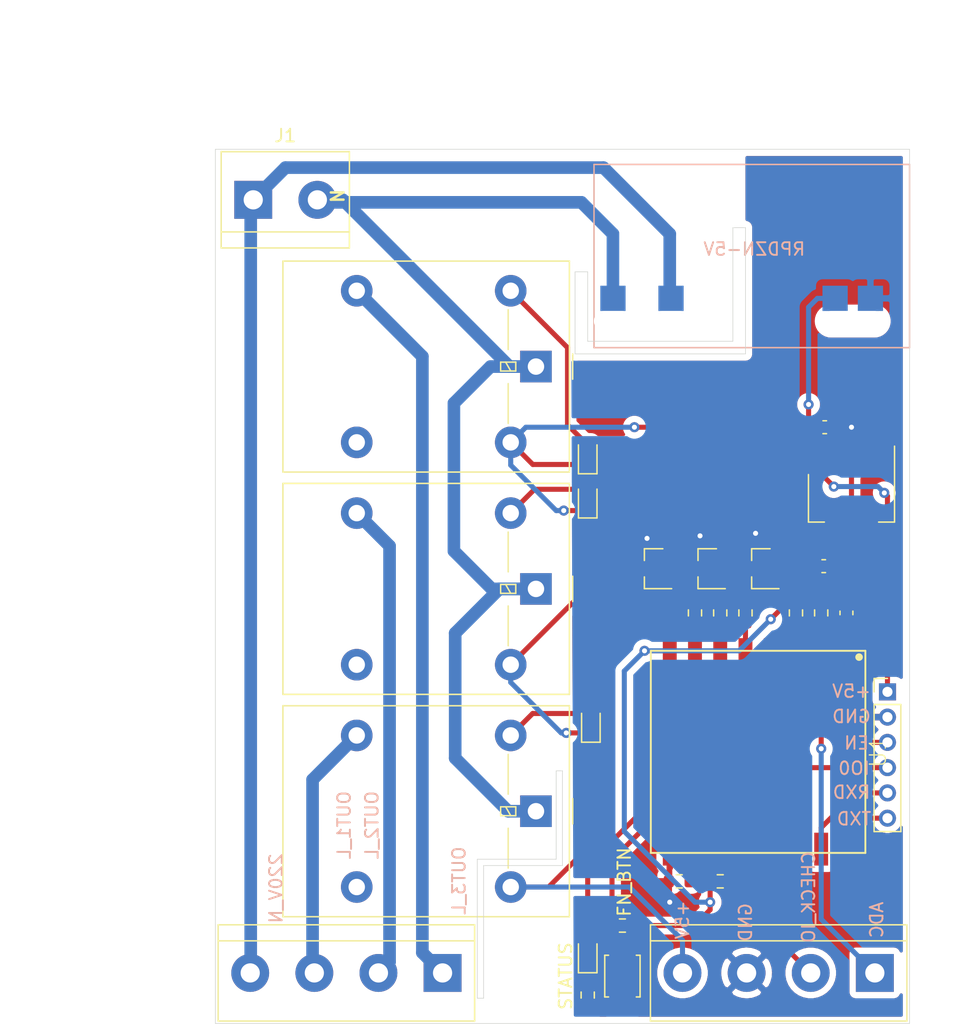
<source format=kicad_pcb>
(kicad_pcb (version 20171130) (host pcbnew "(5.1.8)-1")

  (general
    (thickness 1.6)
    (drawings 42)
    (tracks 183)
    (zones 0)
    (modules 30)
    (nets 29)
  )

  (page A4)
  (layers
    (0 F.Cu signal)
    (31 B.Cu signal)
    (32 B.Adhes user)
    (33 F.Adhes user)
    (34 B.Paste user)
    (35 F.Paste user)
    (36 B.SilkS user)
    (37 F.SilkS user)
    (38 B.Mask user)
    (39 F.Mask user)
    (40 Dwgs.User user)
    (41 Cmts.User user)
    (42 Eco1.User user)
    (43 Eco2.User user)
    (44 Edge.Cuts user)
    (45 Margin user)
    (46 B.CrtYd user)
    (47 F.CrtYd user)
    (48 B.Fab user)
    (49 F.Fab user hide)
  )

  (setup
    (last_trace_width 0.4)
    (user_trace_width 0.4)
    (user_trace_width 1)
    (user_trace_width 2)
    (trace_clearance 0.2)
    (zone_clearance 0.508)
    (zone_45_only no)
    (trace_min 0.2)
    (via_size 0.8)
    (via_drill 0.4)
    (via_min_size 0.4)
    (via_min_drill 0.3)
    (uvia_size 0.3)
    (uvia_drill 0.1)
    (uvias_allowed no)
    (uvia_min_size 0.2)
    (uvia_min_drill 0.1)
    (edge_width 0.05)
    (segment_width 0.2)
    (pcb_text_width 0.3)
    (pcb_text_size 1.5 1.5)
    (mod_edge_width 0.12)
    (mod_text_size 1 1)
    (mod_text_width 0.15)
    (pad_size 1.524 1.524)
    (pad_drill 0.762)
    (pad_to_mask_clearance 0.051)
    (solder_mask_min_width 0.25)
    (aux_axis_origin 100 136)
    (grid_origin 100 136)
    (visible_elements 7FFFFFFF)
    (pcbplotparams
      (layerselection 0x010fc_ffffffff)
      (usegerberextensions true)
      (usegerberattributes false)
      (usegerberadvancedattributes false)
      (creategerberjobfile false)
      (excludeedgelayer true)
      (linewidth 0.100000)
      (plotframeref false)
      (viasonmask false)
      (mode 1)
      (useauxorigin false)
      (hpglpennumber 1)
      (hpglpenspeed 20)
      (hpglpendiameter 15.000000)
      (psnegative false)
      (psa4output false)
      (plotreference true)
      (plotvalue true)
      (plotinvisibletext false)
      (padsonsilk false)
      (subtractmaskfromsilk true)
      (outputformat 1)
      (mirror false)
      (drillshape 0)
      (scaleselection 1)
      (outputdirectory "gerber/"))
  )

  (net 0 "")
  (net 1 GND)
  (net 2 +5V)
  (net 3 +3V3)
  (net 4 "Net-(D1-Pad2)")
  (net 5 "Net-(Q1-Pad1)")
  (net 6 EN)
  (net 7 "Net-(D2-Pad2)")
  (net 8 "Net-(D3-Pad2)")
  (net 9 IO0)
  (net 10 "Net-(Q2-Pad1)")
  (net 11 "Net-(Q3-Pad1)")
  (net 12 TXD)
  (net 13 RXD)
  (net 14 "Net-(R3-Pad2)")
  (net 15 "Net-(R5-Pad2)")
  (net 16 220V_N)
  (net 17 OUT1_L)
  (net 18 OUT3_L)
  (net 19 OUT2_L)
  (net 20 EN1)
  (net 21 EN2)
  (net 22 EN3)
  (net 23 ADC)
  (net 24 CHECK_IO)
  (net 25 220V_L)
  (net 26 BTN)
  (net 27 "Net-(D4-Pad2)")
  (net 28 "Net-(D4-Pad1)")

  (net_class Default 这是默认网络类。
    (clearance 0.2)
    (trace_width 0.25)
    (via_dia 0.8)
    (via_drill 0.4)
    (uvia_dia 0.3)
    (uvia_drill 0.1)
    (add_net +3V3)
    (add_net +5V)
    (add_net 220V_L)
    (add_net 220V_N)
    (add_net ADC)
    (add_net BTN)
    (add_net CHECK_IO)
    (add_net EN)
    (add_net EN1)
    (add_net EN2)
    (add_net EN3)
    (add_net GND)
    (add_net IO0)
    (add_net "Net-(D1-Pad2)")
    (add_net "Net-(D2-Pad2)")
    (add_net "Net-(D3-Pad2)")
    (add_net "Net-(D4-Pad1)")
    (add_net "Net-(D4-Pad2)")
    (add_net "Net-(Q1-Pad1)")
    (add_net "Net-(Q2-Pad1)")
    (add_net "Net-(Q3-Pad1)")
    (add_net "Net-(R3-Pad2)")
    (add_net "Net-(R5-Pad2)")
    (add_net OUT1_L)
    (add_net OUT2_L)
    (add_net OUT3_L)
    (add_net RXD)
    (add_net TXD)
  )

  (module Relay_THT:Relay_SPDT_Omron-G5LE-1 (layer F.Cu) (tedit 5AE38B37) (tstamp 5E53D0DC)
    (at 125.4 84 270)
    (descr "Omron Relay SPDT, http://www.omron.com/ecb/products/pdf/en-g5le.pdf")
    (tags "Omron Relay SPDT")
    (path /5E529EEB)
    (fp_text reference K1 (at -0.2 4.5 90) (layer F.SilkS) hide
      (effects (font (size 1 1) (thickness 0.15)))
    )
    (fp_text value G5LE-1 (at 0 20.95 90) (layer F.Fab)
      (effects (font (size 1 1) (thickness 0.15)))
    )
    (fp_line (start -8.5 20.2) (end 8.5 20.2) (layer F.CrtYd) (width 0.05))
    (fp_line (start -8.5 -2.8) (end -8.5 20.2) (layer F.CrtYd) (width 0.05))
    (fp_line (start 8.5 -2.8) (end -8.5 -2.8) (layer F.CrtYd) (width 0.05))
    (fp_line (start 8.5 20.2) (end 8.5 -2.8) (layer F.CrtYd) (width 0.05))
    (fp_line (start 1.35 2.2) (end 4.5 2.2) (layer F.SilkS) (width 0.12))
    (fp_line (start -4.5 2.2) (end -1.35 2.2) (layer F.SilkS) (width 0.12))
    (fp_line (start -1 -2.91) (end 1 -2.91) (layer F.SilkS) (width 0.12))
    (fp_line (start -0.35 2.8) (end 0.35 2.8) (layer F.SilkS) (width 0.12))
    (fp_line (start -0.35 1.6) (end -0.35 2.8) (layer F.SilkS) (width 0.12))
    (fp_line (start 0.35 1.6) (end -0.35 1.6) (layer F.SilkS) (width 0.12))
    (fp_line (start 0.35 2.8) (end 0.35 1.6) (layer F.SilkS) (width 0.12))
    (fp_line (start -0.35 2.4) (end 0.35 2) (layer F.SilkS) (width 0.12))
    (fp_line (start -8.35 20.05) (end 8.35 20.05) (layer F.SilkS) (width 0.12))
    (fp_line (start -8.35 -2.65) (end -8.35 20.05) (layer F.SilkS) (width 0.12))
    (fp_line (start 8.35 -2.65) (end -8.35 -2.65) (layer F.SilkS) (width 0.12))
    (fp_line (start 8.35 20.05) (end 8.35 -2.65) (layer F.SilkS) (width 0.12))
    (fp_line (start -4.5 2) (end 4.5 2) (layer F.Fab) (width 0.1))
    (fp_line (start -1 -2.55) (end 0 -1.55) (layer F.Fab) (width 0.1))
    (fp_line (start -8.25 -2.55) (end -1 -2.55) (layer F.Fab) (width 0.1))
    (fp_line (start -8.25 19.95) (end -8.25 -2.55) (layer F.Fab) (width 0.1))
    (fp_line (start 8.25 19.95) (end -8.25 19.95) (layer F.Fab) (width 0.1))
    (fp_line (start 8.25 -2.55) (end 8.25 19.95) (layer F.Fab) (width 0.1))
    (fp_line (start 1 -2.55) (end 8.25 -2.55) (layer F.Fab) (width 0.1))
    (fp_line (start 0 -1.55) (end 1 -2.55) (layer F.Fab) (width 0.1))
    (fp_text user %R (at 0 8.7 90) (layer F.Fab)
      (effects (font (size 1 1) (thickness 0.15)))
    )
    (pad 5 thru_hole oval (at 6 2 270) (size 2.5 2.5) (drill 1.3) (layers *.Cu *.Mask)
      (net 2 +5V))
    (pad 4 thru_hole oval (at 6 14.2 270) (size 2.5 2.5) (drill 1.3) (layers *.Cu *.Mask))
    (pad 3 thru_hole oval (at -6 14.2 270) (size 2.5 2.5) (drill 1.3) (layers *.Cu *.Mask)
      (net 18 OUT3_L))
    (pad 2 thru_hole oval (at -6 2 270) (size 2.5 2.5) (drill 1.3) (layers *.Cu *.Mask)
      (net 4 "Net-(D1-Pad2)"))
    (pad 1 thru_hole rect (at 0 0 270) (size 2.5 2.5) (drill 1.3) (layers *.Cu *.Mask)
      (net 25 220V_L))
    (model ${KISYS3DMOD}/Relay_THT.3dshapes/Relay_SPDT_Omron-G5LE-1.wrl
      (at (xyz 0 0 0))
      (scale (xyz 1 1 1))
      (rotate (xyz 0 0 0))
    )
    (model ${KISYS3DMOD}/Relay_THT.3dshapes/Relay_SPDT_SANYOU_SRD_Series_Form_C.step
      (at (xyz 0 0 0))
      (scale (xyz 1 1 0.7))
      (rotate (xyz 0 0 90))
    )
  )

  (module LED_SMD:LED_0603_1608Metric (layer F.Cu) (tedit 5F68FEF1) (tstamp 6277453E)
    (at 129.5 130.5 90)
    (descr "LED SMD 0603 (1608 Metric), square (rectangular) end terminal, IPC_7351 nominal, (Body size source: http://www.tortai-tech.com/upload/download/2011102023233369053.pdf), generated with kicad-footprint-generator")
    (tags LED)
    (path /62779904)
    (attr smd)
    (fp_text reference D4 (at 0 -1.43 90) (layer F.SilkS) hide
      (effects (font (size 1 1) (thickness 0.15)))
    )
    (fp_text value LED (at 0 1.43 90) (layer F.Fab)
      (effects (font (size 1 1) (thickness 0.15)))
    )
    (fp_line (start 0.8 -0.4) (end -0.5 -0.4) (layer F.Fab) (width 0.1))
    (fp_line (start -0.5 -0.4) (end -0.8 -0.1) (layer F.Fab) (width 0.1))
    (fp_line (start -0.8 -0.1) (end -0.8 0.4) (layer F.Fab) (width 0.1))
    (fp_line (start -0.8 0.4) (end 0.8 0.4) (layer F.Fab) (width 0.1))
    (fp_line (start 0.8 0.4) (end 0.8 -0.4) (layer F.Fab) (width 0.1))
    (fp_line (start 0.8 -0.735) (end -1.485 -0.735) (layer F.SilkS) (width 0.12))
    (fp_line (start -1.485 -0.735) (end -1.485 0.735) (layer F.SilkS) (width 0.12))
    (fp_line (start -1.485 0.735) (end 0.8 0.735) (layer F.SilkS) (width 0.12))
    (fp_line (start -1.48 0.73) (end -1.48 -0.73) (layer F.CrtYd) (width 0.05))
    (fp_line (start -1.48 -0.73) (end 1.48 -0.73) (layer F.CrtYd) (width 0.05))
    (fp_line (start 1.48 -0.73) (end 1.48 0.73) (layer F.CrtYd) (width 0.05))
    (fp_line (start 1.48 0.73) (end -1.48 0.73) (layer F.CrtYd) (width 0.05))
    (fp_text user %R (at 0 0 90) (layer F.Fab)
      (effects (font (size 0.4 0.4) (thickness 0.06)))
    )
    (pad 2 smd roundrect (at 0.7875 0 90) (size 0.875 0.95) (layers F.Cu F.Paste F.Mask) (roundrect_rratio 0.25)
      (net 27 "Net-(D4-Pad2)"))
    (pad 1 smd roundrect (at -0.7875 0 90) (size 0.875 0.95) (layers F.Cu F.Paste F.Mask) (roundrect_rratio 0.25)
      (net 28 "Net-(D4-Pad1)"))
    (model ${KISYS3DMOD}/LED_SMD.3dshapes/LED_0603_1608Metric.wrl
      (at (xyz 0 0 0))
      (scale (xyz 1 1 1))
      (rotate (xyz 0 0 0))
    )
  )

  (module Resistor_SMD:R_0603_1608Metric (layer F.Cu) (tedit 5F68FEEE) (tstamp 627747E3)
    (at 129.5 133.75 90)
    (descr "Resistor SMD 0603 (1608 Metric), square (rectangular) end terminal, IPC_7351 nominal, (Body size source: IPC-SM-782 page 72, https://www.pcb-3d.com/wordpress/wp-content/uploads/ipc-sm-782a_amendment_1_and_2.pdf), generated with kicad-footprint-generator")
    (tags resistor)
    (path /6277B134)
    (attr smd)
    (fp_text reference R6 (at 0 -1.43 90) (layer F.SilkS) hide
      (effects (font (size 1 1) (thickness 0.15)))
    )
    (fp_text value 10k (at 0 1.43 90) (layer F.Fab)
      (effects (font (size 1 1) (thickness 0.15)))
    )
    (fp_line (start -0.8 0.4125) (end -0.8 -0.4125) (layer F.Fab) (width 0.1))
    (fp_line (start -0.8 -0.4125) (end 0.8 -0.4125) (layer F.Fab) (width 0.1))
    (fp_line (start 0.8 -0.4125) (end 0.8 0.4125) (layer F.Fab) (width 0.1))
    (fp_line (start 0.8 0.4125) (end -0.8 0.4125) (layer F.Fab) (width 0.1))
    (fp_line (start -0.237258 -0.5225) (end 0.237258 -0.5225) (layer F.SilkS) (width 0.12))
    (fp_line (start -0.237258 0.5225) (end 0.237258 0.5225) (layer F.SilkS) (width 0.12))
    (fp_line (start -1.48 0.73) (end -1.48 -0.73) (layer F.CrtYd) (width 0.05))
    (fp_line (start -1.48 -0.73) (end 1.48 -0.73) (layer F.CrtYd) (width 0.05))
    (fp_line (start 1.48 -0.73) (end 1.48 0.73) (layer F.CrtYd) (width 0.05))
    (fp_line (start 1.48 0.73) (end -1.48 0.73) (layer F.CrtYd) (width 0.05))
    (fp_text user %R (at 0 0 90) (layer F.Fab)
      (effects (font (size 0.4 0.4) (thickness 0.06)))
    )
    (pad 2 smd roundrect (at 0.825 0 90) (size 0.8 0.95) (layers F.Cu F.Paste F.Mask) (roundrect_rratio 0.25)
      (net 28 "Net-(D4-Pad1)"))
    (pad 1 smd roundrect (at -0.825 0 90) (size 0.8 0.95) (layers F.Cu F.Paste F.Mask) (roundrect_rratio 0.25)
      (net 1 GND))
    (model ${KISYS3DMOD}/Resistor_SMD.3dshapes/R_0603_1608Metric.wrl
      (at (xyz 0 0 0))
      (scale (xyz 1 1 1))
      (rotate (xyz 0 0 0))
    )
  )

  (module TerminalBlock:TerminalBlock_bornier-4_P5.08mm (layer F.Cu) (tedit 59FF03D1) (tstamp 62774E05)
    (at 152.25 132 180)
    (descr "simple 4-pin terminal block, pitch 5.08mm, revamped version of bornier4")
    (tags "terminal block bornier4")
    (path /627A8FC1)
    (fp_text reference J2 (at 7.6 -4.8) (layer F.SilkS) hide
      (effects (font (size 1 1) (thickness 0.15)))
    )
    (fp_text value Conn_01x04_Female (at 7.6 4.75) (layer F.Fab)
      (effects (font (size 1 1) (thickness 0.15)))
    )
    (fp_line (start 17.97 4) (end -2.73 4) (layer F.CrtYd) (width 0.05))
    (fp_line (start 17.97 4) (end 17.97 -4) (layer F.CrtYd) (width 0.05))
    (fp_line (start -2.73 -4) (end -2.73 4) (layer F.CrtYd) (width 0.05))
    (fp_line (start -2.73 -4) (end 17.97 -4) (layer F.CrtYd) (width 0.05))
    (fp_line (start -2.54 3.81) (end 17.78 3.81) (layer F.SilkS) (width 0.12))
    (fp_line (start -2.54 -3.81) (end 17.78 -3.81) (layer F.SilkS) (width 0.12))
    (fp_line (start 17.78 2.54) (end -2.54 2.54) (layer F.SilkS) (width 0.12))
    (fp_line (start 17.78 3.81) (end 17.78 -3.81) (layer F.SilkS) (width 0.12))
    (fp_line (start -2.54 -3.81) (end -2.54 3.81) (layer F.SilkS) (width 0.12))
    (fp_line (start 17.72 3.75) (end -2.43 3.75) (layer F.Fab) (width 0.1))
    (fp_line (start 17.72 -3.75) (end 17.72 3.75) (layer F.Fab) (width 0.1))
    (fp_line (start -2.48 -3.75) (end 17.72 -3.75) (layer F.Fab) (width 0.1))
    (fp_line (start -2.48 3.75) (end -2.48 -3.75) (layer F.Fab) (width 0.1))
    (fp_line (start -2.43 3.75) (end -2.48 3.75) (layer F.Fab) (width 0.1))
    (fp_line (start -2.48 2.55) (end 17.72 2.55) (layer F.Fab) (width 0.1))
    (fp_text user %R (at 7.62 0) (layer F.Fab)
      (effects (font (size 1 1) (thickness 0.15)))
    )
    (pad 4 thru_hole circle (at 15.24 0 180) (size 3 3) (drill 1.52) (layers *.Cu *.Mask)
      (net 2 +5V))
    (pad 1 thru_hole rect (at 0 0 180) (size 3 3) (drill 1.52) (layers *.Cu *.Mask)
      (net 23 ADC))
    (pad 3 thru_hole circle (at 10.16 0 180) (size 3 3) (drill 1.52) (layers *.Cu *.Mask)
      (net 1 GND))
    (pad 2 thru_hole circle (at 5.08 0 180) (size 3 3) (drill 1.52) (layers *.Cu *.Mask)
      (net 24 CHECK_IO))
    (model ${KISYS3DMOD}/TerminalBlock.3dshapes/TerminalBlock_bornier-4_P5.08mm.wrl
      (offset (xyz 7.62 0 0))
      (scale (xyz 1 1 1))
      (rotate (xyz 0 0 0))
    )
    (model ${KISYS3DMOD}/TerminalBlock_Phoenix.3dshapes/TerminalBlock_Phoenix_MKDS-1,5-4-5.08_1x04_P5.08mm_Horizontal.step
      (offset (xyz 15 0.5 0))
      (scale (xyz 1 0.8 0.8))
      (rotate (xyz 0 0 180))
    )
  )

  (module kicad-ESP8266-master:ESP-07S (layer F.Cu) (tedit 5A27B10B) (tstamp 6277116B)
    (at 143 114.5 270)
    (descr "Module, ESP-8266, ESP-07S, 14 pad, SMD")
    (tags "Module ESP-8266 ESP8266")
    (path /62769542)
    (attr smd)
    (fp_text reference U1 (at 0 -9.5 90) (layer F.SilkS)
      (effects (font (size 1.27 1.27) (thickness 0.1016)))
    )
    (fp_text value ESP-07S (at 0 9.5 90) (layer F.SilkS) hide
      (effects (font (size 1.27 1.27) (thickness 0.1016)))
    )
    (fp_circle (center -7.6 -8) (end -7.5 -8) (layer F.SilkS) (width 0.15))
    (fp_circle (center -7.5 -8) (end -7.3 -8.1) (layer F.SilkS) (width 0.15))
    (fp_circle (center -7.5 -8) (end -7.4 -8) (layer F.SilkS) (width 0.15))
    (fp_line (start 8 -8.5) (end 8 8.5) (layer F.SilkS) (width 0.15))
    (fp_line (start 8 8.5) (end -8 8.5) (layer F.SilkS) (width 0.15))
    (fp_line (start -8 8.5) (end -8 -8.5) (layer F.SilkS) (width 0.15))
    (fp_line (start -8 -8.5) (end 8 -8.5) (layer F.SilkS) (width 0.15))
    (pad 16 smd rect (at 7.7 -7 270) (size 2.6 1.1) (layers F.Cu F.Paste F.Mask)
      (net 12 TXD))
    (pad 15 smd rect (at 7.7 -5 270) (size 2.6 1.1) (layers F.Cu F.Paste F.Mask)
      (net 13 RXD))
    (pad 14 smd rect (at 7.7 -3 270) (size 2.6 1.1) (layers F.Cu F.Paste F.Mask))
    (pad 13 smd rect (at 7.7 -1 270) (size 2.6 1.1) (layers F.Cu F.Paste F.Mask)
      (net 24 CHECK_IO))
    (pad 12 smd rect (at 7.7 1 270) (size 2.6 1.1) (layers F.Cu F.Paste F.Mask)
      (net 9 IO0))
    (pad 11 smd rect (at 7.7 3 270) (size 2.6 1.1) (layers F.Cu F.Paste F.Mask)
      (net 26 BTN))
    (pad 10 smd rect (at 7.7 5 270) (size 2.6 1.1) (layers F.Cu F.Paste F.Mask)
      (net 15 "Net-(R5-Pad2)"))
    (pad 9 smd rect (at 7.7 7 270) (size 2.6 1.1) (layers F.Cu F.Paste F.Mask)
      (net 1 GND))
    (pad 8 smd rect (at -7.7 7 270) (size 2.6 1.1) (layers F.Cu F.Paste F.Mask)
      (net 3 +3V3))
    (pad 7 smd rect (at -7.7 5 270) (size 2.6 1.1) (layers F.Cu F.Paste F.Mask)
      (net 22 EN3))
    (pad 6 smd rect (at -7.7 3 270) (size 2.6 1.1) (layers F.Cu F.Paste F.Mask)
      (net 21 EN2))
    (pad 5 smd rect (at -7.7 1 270) (size 2.6 1.1) (layers F.Cu F.Paste F.Mask)
      (net 20 EN1))
    (pad 4 smd rect (at -7.7 -1 270) (size 2.6 1.1) (layers F.Cu F.Paste F.Mask)
      (net 27 "Net-(D4-Pad2)"))
    (pad 3 smd rect (at -7.7 -3 270) (size 2.6 1.1) (layers F.Cu F.Paste F.Mask)
      (net 14 "Net-(R3-Pad2)"))
    (pad 2 smd rect (at -7.7 -5 270) (size 2.6 1.1) (layers F.Cu F.Paste F.Mask)
      (net 23 ADC))
    (pad 1 smd rect (at -7.7 -7 270) (size 2.6 1.1) (layers F.Cu F.Paste F.Mask)
      (net 6 EN))
    (model D:/kicadlib/kicad-ESP8266-master/ESP8266.3dshapes/ESP-07v2.wrl
      (offset (xyz -7 6.9 0))
      (scale (xyz 0.4 0.39 0.2))
      (rotate (xyz 0 0 0))
    )
  )

  (module Package_TO_SOT_SMD:SOT-223-3_TabPin2 (layer F.Cu) (tedit 5A02FF57) (tstamp 6276FE46)
    (at 150.4 94.4 270)
    (descr "module CMS SOT223 4 pins")
    (tags "CMS SOT")
    (path /62813B4C)
    (attr smd)
    (fp_text reference U3 (at 0 -4.5 90) (layer F.SilkS) hide
      (effects (font (size 1 1) (thickness 0.15)))
    )
    (fp_text value AMS1117-3.3 (at 0 4.5 90) (layer F.Fab)
      (effects (font (size 1 1) (thickness 0.15)))
    )
    (fp_line (start 1.91 3.41) (end 1.91 2.15) (layer F.SilkS) (width 0.12))
    (fp_line (start 1.91 -3.41) (end 1.91 -2.15) (layer F.SilkS) (width 0.12))
    (fp_line (start 4.4 -3.6) (end -4.4 -3.6) (layer F.CrtYd) (width 0.05))
    (fp_line (start 4.4 3.6) (end 4.4 -3.6) (layer F.CrtYd) (width 0.05))
    (fp_line (start -4.4 3.6) (end 4.4 3.6) (layer F.CrtYd) (width 0.05))
    (fp_line (start -4.4 -3.6) (end -4.4 3.6) (layer F.CrtYd) (width 0.05))
    (fp_line (start -1.85 -2.35) (end -0.85 -3.35) (layer F.Fab) (width 0.1))
    (fp_line (start -1.85 -2.35) (end -1.85 3.35) (layer F.Fab) (width 0.1))
    (fp_line (start -1.85 3.41) (end 1.91 3.41) (layer F.SilkS) (width 0.12))
    (fp_line (start -0.85 -3.35) (end 1.85 -3.35) (layer F.Fab) (width 0.1))
    (fp_line (start -4.1 -3.41) (end 1.91 -3.41) (layer F.SilkS) (width 0.12))
    (fp_line (start -1.85 3.35) (end 1.85 3.35) (layer F.Fab) (width 0.1))
    (fp_line (start 1.85 -3.35) (end 1.85 3.35) (layer F.Fab) (width 0.1))
    (fp_text user %R (at 0 0) (layer F.Fab)
      (effects (font (size 0.8 0.8) (thickness 0.12)))
    )
    (pad 1 smd rect (at -3.15 -2.3 270) (size 2 1.5) (layers F.Cu F.Paste F.Mask)
      (net 1 GND))
    (pad 3 smd rect (at -3.15 2.3 270) (size 2 1.5) (layers F.Cu F.Paste F.Mask)
      (net 2 +5V))
    (pad 2 smd rect (at -3.15 0 270) (size 2 1.5) (layers F.Cu F.Paste F.Mask)
      (net 3 +3V3))
    (pad 2 smd rect (at 3.15 0 270) (size 2 3.8) (layers F.Cu F.Paste F.Mask)
      (net 3 +3V3))
    (model ${KISYS3DMOD}/Package_TO_SOT_SMD.3dshapes/SOT-223.wrl
      (at (xyz 0 0 0))
      (scale (xyz 1 1 1))
      (rotate (xyz 0 0 0))
    )
  )

  (module my:bt-342 (layer F.Cu) (tedit 5FD0F719) (tstamp 6276FE0A)
    (at 132.25 132.25 90)
    (descr "Ultra-small-sized Tactile Switch with High Contact Reliability, Top-actuated Model, without Ground Terminal, without Boss")
    (tags "Tactile Switch")
    (path /5E56194D)
    (attr smd)
    (fp_text reference SW1 (at 0 -2.5 90) (layer F.SilkS) hide
      (effects (font (size 1 1) (thickness 0.15)))
    )
    (fp_text value SW_Push (at 0 2.5 90) (layer F.Fab)
      (effects (font (size 1 1) (thickness 0.15)))
    )
    (fp_circle (center 0 0) (end 0.75 0) (layer F.Fab) (width 0.1))
    (fp_line (start -1.5 1.25) (end -1.5 -1.25) (layer F.Fab) (width 0.1))
    (fp_line (start 1.5 1.25) (end -1.5 1.25) (layer F.Fab) (width 0.1))
    (fp_line (start 1.5 -1.25) (end 1.5 1.25) (layer F.Fab) (width 0.1))
    (fp_line (start -1.5 -1.25) (end 1.5 -1.25) (layer F.Fab) (width 0.1))
    (fp_line (start 1.65 -1.4) (end 1.65 -1.1) (layer F.SilkS) (width 0.12))
    (fp_line (start -1.65 -1.4) (end 1.65 -1.4) (layer F.SilkS) (width 0.12))
    (fp_line (start -1.65 -1.1) (end -1.65 -1.4) (layer F.SilkS) (width 0.12))
    (fp_line (start 1.65 1.4) (end 1.65 1.1) (layer F.SilkS) (width 0.12))
    (fp_line (start -1.65 1.4) (end 1.65 1.4) (layer F.SilkS) (width 0.12))
    (fp_line (start -1.65 1.1) (end -1.65 1.4) (layer F.SilkS) (width 0.12))
    (fp_line (start -2.9 1.65) (end 2.9 1.65) (layer Dwgs.User) (width 0.12))
    (fp_line (start 2.9 1.65) (end 2.9 -1.55) (layer Dwgs.User) (width 0.12))
    (fp_line (start 2.9 -1.55) (end 2.9 -1.65) (layer Dwgs.User) (width 0.12))
    (fp_line (start 2.9 -1.65) (end -2.9 -1.65) (layer Dwgs.User) (width 0.12))
    (fp_line (start -2.9 -1.65) (end -2.9 1.65) (layer Dwgs.User) (width 0.12))
    (fp_text user %R (at 0 -2.5 90) (layer F.Fab)
      (effects (font (size 1 1) (thickness 0.15)))
    )
    (pad 2 smd rect (at 2.2 0 90) (size 0.9 1.7) (layers F.Cu F.Paste F.Mask)
      (net 26 BTN))
    (pad 1 smd rect (at -2.2 0 90) (size 0.9 1.7) (layers F.Cu F.Paste F.Mask)
      (net 1 GND))
    (model ${KISYS3DMOD}/Button_Switch_SMD.3dshapes/SW_SPST_B3U-1000P.wrl
      (at (xyz 0 0 0))
      (scale (xyz 1 1 1))
      (rotate (xyz 0 0 0))
    )
  )

  (module Resistor_SMD:R_0603_1608Metric (layer F.Cu) (tedit 5F68FEEE) (tstamp 6276FDA2)
    (at 142 103.5 270)
    (descr "Resistor SMD 0603 (1608 Metric), square (rectangular) end terminal, IPC_7351 nominal, (Body size source: IPC-SM-782 page 72, https://www.pcb-3d.com/wordpress/wp-content/uploads/ipc-sm-782a_amendment_1_and_2.pdf), generated with kicad-footprint-generator")
    (tags resistor)
    (path /5E54836D)
    (attr smd)
    (fp_text reference R7 (at 0 -1.43 90) (layer F.SilkS) hide
      (effects (font (size 1 1) (thickness 0.15)))
    )
    (fp_text value 1k (at 0 1.43 90) (layer F.Fab)
      (effects (font (size 1 1) (thickness 0.15)))
    )
    (fp_line (start -0.8 0.4125) (end -0.8 -0.4125) (layer F.Fab) (width 0.1))
    (fp_line (start -0.8 -0.4125) (end 0.8 -0.4125) (layer F.Fab) (width 0.1))
    (fp_line (start 0.8 -0.4125) (end 0.8 0.4125) (layer F.Fab) (width 0.1))
    (fp_line (start 0.8 0.4125) (end -0.8 0.4125) (layer F.Fab) (width 0.1))
    (fp_line (start -0.237258 -0.5225) (end 0.237258 -0.5225) (layer F.SilkS) (width 0.12))
    (fp_line (start -0.237258 0.5225) (end 0.237258 0.5225) (layer F.SilkS) (width 0.12))
    (fp_line (start -1.48 0.73) (end -1.48 -0.73) (layer F.CrtYd) (width 0.05))
    (fp_line (start -1.48 -0.73) (end 1.48 -0.73) (layer F.CrtYd) (width 0.05))
    (fp_line (start 1.48 -0.73) (end 1.48 0.73) (layer F.CrtYd) (width 0.05))
    (fp_line (start 1.48 0.73) (end -1.48 0.73) (layer F.CrtYd) (width 0.05))
    (fp_text user %R (at 0 0 90) (layer F.Fab)
      (effects (font (size 0.4 0.4) (thickness 0.06)))
    )
    (pad 2 smd roundrect (at 0.825 0 270) (size 0.8 0.95) (layers F.Cu F.Paste F.Mask) (roundrect_rratio 0.25)
      (net 20 EN1))
    (pad 1 smd roundrect (at -0.825 0 270) (size 0.8 0.95) (layers F.Cu F.Paste F.Mask) (roundrect_rratio 0.25)
      (net 5 "Net-(Q1-Pad1)"))
    (model ${KISYS3DMOD}/Resistor_SMD.3dshapes/R_0603_1608Metric.wrl
      (at (xyz 0 0 0))
      (scale (xyz 1 1 1))
      (rotate (xyz 0 0 0))
    )
  )

  (module Resistor_SMD:R_0603_1608Metric (layer F.Cu) (tedit 5F68FEEE) (tstamp 6276FD80)
    (at 136.75 124.75)
    (descr "Resistor SMD 0603 (1608 Metric), square (rectangular) end terminal, IPC_7351 nominal, (Body size source: IPC-SM-782 page 72, https://www.pcb-3d.com/wordpress/wp-content/uploads/ipc-sm-782a_amendment_1_and_2.pdf), generated with kicad-footprint-generator")
    (tags resistor)
    (path /5E52D927)
    (attr smd)
    (fp_text reference R5 (at 0 -1.43) (layer F.SilkS) hide
      (effects (font (size 1 1) (thickness 0.15)))
    )
    (fp_text value 10k (at 0 1.43) (layer F.Fab)
      (effects (font (size 1 1) (thickness 0.15)))
    )
    (fp_line (start -0.8 0.4125) (end -0.8 -0.4125) (layer F.Fab) (width 0.1))
    (fp_line (start -0.8 -0.4125) (end 0.8 -0.4125) (layer F.Fab) (width 0.1))
    (fp_line (start 0.8 -0.4125) (end 0.8 0.4125) (layer F.Fab) (width 0.1))
    (fp_line (start 0.8 0.4125) (end -0.8 0.4125) (layer F.Fab) (width 0.1))
    (fp_line (start -0.237258 -0.5225) (end 0.237258 -0.5225) (layer F.SilkS) (width 0.12))
    (fp_line (start -0.237258 0.5225) (end 0.237258 0.5225) (layer F.SilkS) (width 0.12))
    (fp_line (start -1.48 0.73) (end -1.48 -0.73) (layer F.CrtYd) (width 0.05))
    (fp_line (start -1.48 -0.73) (end 1.48 -0.73) (layer F.CrtYd) (width 0.05))
    (fp_line (start 1.48 -0.73) (end 1.48 0.73) (layer F.CrtYd) (width 0.05))
    (fp_line (start 1.48 0.73) (end -1.48 0.73) (layer F.CrtYd) (width 0.05))
    (fp_text user %R (at 0 0) (layer F.Fab)
      (effects (font (size 0.4 0.4) (thickness 0.06)))
    )
    (pad 2 smd roundrect (at 0.825 0) (size 0.8 0.95) (layers F.Cu F.Paste F.Mask) (roundrect_rratio 0.25)
      (net 15 "Net-(R5-Pad2)"))
    (pad 1 smd roundrect (at -0.825 0) (size 0.8 0.95) (layers F.Cu F.Paste F.Mask) (roundrect_rratio 0.25)
      (net 1 GND))
    (model ${KISYS3DMOD}/Resistor_SMD.3dshapes/R_0603_1608Metric.wrl
      (at (xyz 0 0 0))
      (scale (xyz 1 1 1))
      (rotate (xyz 0 0 0))
    )
  )

  (module Resistor_SMD:R_0603_1608Metric (layer F.Cu) (tedit 5F68FEEE) (tstamp 6276FD6F)
    (at 132.25 128.25 180)
    (descr "Resistor SMD 0603 (1608 Metric), square (rectangular) end terminal, IPC_7351 nominal, (Body size source: IPC-SM-782 page 72, https://www.pcb-3d.com/wordpress/wp-content/uploads/ipc-sm-782a_amendment_1_and_2.pdf), generated with kicad-footprint-generator")
    (tags resistor)
    (path /5E554803)
    (attr smd)
    (fp_text reference R4 (at 0 -1.43) (layer F.SilkS) hide
      (effects (font (size 1 1) (thickness 0.15)))
    )
    (fp_text value 10k (at 0 1.43) (layer F.Fab)
      (effects (font (size 1 1) (thickness 0.15)))
    )
    (fp_line (start -0.8 0.4125) (end -0.8 -0.4125) (layer F.Fab) (width 0.1))
    (fp_line (start -0.8 -0.4125) (end 0.8 -0.4125) (layer F.Fab) (width 0.1))
    (fp_line (start 0.8 -0.4125) (end 0.8 0.4125) (layer F.Fab) (width 0.1))
    (fp_line (start 0.8 0.4125) (end -0.8 0.4125) (layer F.Fab) (width 0.1))
    (fp_line (start -0.237258 -0.5225) (end 0.237258 -0.5225) (layer F.SilkS) (width 0.12))
    (fp_line (start -0.237258 0.5225) (end 0.237258 0.5225) (layer F.SilkS) (width 0.12))
    (fp_line (start -1.48 0.73) (end -1.48 -0.73) (layer F.CrtYd) (width 0.05))
    (fp_line (start -1.48 -0.73) (end 1.48 -0.73) (layer F.CrtYd) (width 0.05))
    (fp_line (start 1.48 -0.73) (end 1.48 0.73) (layer F.CrtYd) (width 0.05))
    (fp_line (start 1.48 0.73) (end -1.48 0.73) (layer F.CrtYd) (width 0.05))
    (fp_text user %R (at 0 0) (layer F.Fab)
      (effects (font (size 0.4 0.4) (thickness 0.06)))
    )
    (pad 2 smd roundrect (at 0.825 0 180) (size 0.8 0.95) (layers F.Cu F.Paste F.Mask) (roundrect_rratio 0.25)
      (net 26 BTN))
    (pad 1 smd roundrect (at -0.825 0 180) (size 0.8 0.95) (layers F.Cu F.Paste F.Mask) (roundrect_rratio 0.25)
      (net 3 +3V3))
    (model ${KISYS3DMOD}/Resistor_SMD.3dshapes/R_0603_1608Metric.wrl
      (at (xyz 0 0 0))
      (scale (xyz 1 1 1))
      (rotate (xyz 0 0 0))
    )
  )

  (module Resistor_SMD:R_0603_1608Metric (layer F.Cu) (tedit 5F68FEEE) (tstamp 6276FD5E)
    (at 146 103.5 270)
    (descr "Resistor SMD 0603 (1608 Metric), square (rectangular) end terminal, IPC_7351 nominal, (Body size source: IPC-SM-782 page 72, https://www.pcb-3d.com/wordpress/wp-content/uploads/ipc-sm-782a_amendment_1_and_2.pdf), generated with kicad-footprint-generator")
    (tags resistor)
    (path /600CF61A)
    (attr smd)
    (fp_text reference R3 (at 0 -1.43 90) (layer F.SilkS) hide
      (effects (font (size 1 1) (thickness 0.15)))
    )
    (fp_text value 10k (at 0 1.43 90) (layer F.Fab)
      (effects (font (size 1 1) (thickness 0.15)))
    )
    (fp_line (start -0.8 0.4125) (end -0.8 -0.4125) (layer F.Fab) (width 0.1))
    (fp_line (start -0.8 -0.4125) (end 0.8 -0.4125) (layer F.Fab) (width 0.1))
    (fp_line (start 0.8 -0.4125) (end 0.8 0.4125) (layer F.Fab) (width 0.1))
    (fp_line (start 0.8 0.4125) (end -0.8 0.4125) (layer F.Fab) (width 0.1))
    (fp_line (start -0.237258 -0.5225) (end 0.237258 -0.5225) (layer F.SilkS) (width 0.12))
    (fp_line (start -0.237258 0.5225) (end 0.237258 0.5225) (layer F.SilkS) (width 0.12))
    (fp_line (start -1.48 0.73) (end -1.48 -0.73) (layer F.CrtYd) (width 0.05))
    (fp_line (start -1.48 -0.73) (end 1.48 -0.73) (layer F.CrtYd) (width 0.05))
    (fp_line (start 1.48 -0.73) (end 1.48 0.73) (layer F.CrtYd) (width 0.05))
    (fp_line (start 1.48 0.73) (end -1.48 0.73) (layer F.CrtYd) (width 0.05))
    (fp_text user %R (at 0 0 90) (layer F.Fab)
      (effects (font (size 0.4 0.4) (thickness 0.06)))
    )
    (pad 2 smd roundrect (at 0.825 0 270) (size 0.8 0.95) (layers F.Cu F.Paste F.Mask) (roundrect_rratio 0.25)
      (net 14 "Net-(R3-Pad2)"))
    (pad 1 smd roundrect (at -0.825 0 270) (size 0.8 0.95) (layers F.Cu F.Paste F.Mask) (roundrect_rratio 0.25)
      (net 3 +3V3))
    (model ${KISYS3DMOD}/Resistor_SMD.3dshapes/R_0603_1608Metric.wrl
      (at (xyz 0 0 0))
      (scale (xyz 1 1 1))
      (rotate (xyz 0 0 0))
    )
  )

  (module Resistor_SMD:R_0603_1608Metric (layer F.Cu) (tedit 5F68FEEE) (tstamp 6276FD4D)
    (at 140 124.75)
    (descr "Resistor SMD 0603 (1608 Metric), square (rectangular) end terminal, IPC_7351 nominal, (Body size source: IPC-SM-782 page 72, https://www.pcb-3d.com/wordpress/wp-content/uploads/ipc-sm-782a_amendment_1_and_2.pdf), generated with kicad-footprint-generator")
    (tags resistor)
    (path /600E0FA9)
    (attr smd)
    (fp_text reference R2 (at 0 -1.43) (layer F.SilkS) hide
      (effects (font (size 1 1) (thickness 0.15)))
    )
    (fp_text value 10k (at 0 1.43) (layer F.Fab)
      (effects (font (size 1 1) (thickness 0.15)))
    )
    (fp_line (start -0.8 0.4125) (end -0.8 -0.4125) (layer F.Fab) (width 0.1))
    (fp_line (start -0.8 -0.4125) (end 0.8 -0.4125) (layer F.Fab) (width 0.1))
    (fp_line (start 0.8 -0.4125) (end 0.8 0.4125) (layer F.Fab) (width 0.1))
    (fp_line (start 0.8 0.4125) (end -0.8 0.4125) (layer F.Fab) (width 0.1))
    (fp_line (start -0.237258 -0.5225) (end 0.237258 -0.5225) (layer F.SilkS) (width 0.12))
    (fp_line (start -0.237258 0.5225) (end 0.237258 0.5225) (layer F.SilkS) (width 0.12))
    (fp_line (start -1.48 0.73) (end -1.48 -0.73) (layer F.CrtYd) (width 0.05))
    (fp_line (start -1.48 -0.73) (end 1.48 -0.73) (layer F.CrtYd) (width 0.05))
    (fp_line (start 1.48 -0.73) (end 1.48 0.73) (layer F.CrtYd) (width 0.05))
    (fp_line (start 1.48 0.73) (end -1.48 0.73) (layer F.CrtYd) (width 0.05))
    (fp_text user %R (at 0 0) (layer F.Fab)
      (effects (font (size 0.4 0.4) (thickness 0.06)))
    )
    (pad 2 smd roundrect (at 0.825 0) (size 0.8 0.95) (layers F.Cu F.Paste F.Mask) (roundrect_rratio 0.25)
      (net 9 IO0))
    (pad 1 smd roundrect (at -0.825 0) (size 0.8 0.95) (layers F.Cu F.Paste F.Mask) (roundrect_rratio 0.25)
      (net 3 +3V3))
    (model ${KISYS3DMOD}/Resistor_SMD.3dshapes/R_0603_1608Metric.wrl
      (at (xyz 0 0 0))
      (scale (xyz 1 1 1))
      (rotate (xyz 0 0 0))
    )
  )

  (module Resistor_SMD:R_0603_1608Metric (layer F.Cu) (tedit 5F68FEEE) (tstamp 6276FD3C)
    (at 148 103.5 90)
    (descr "Resistor SMD 0603 (1608 Metric), square (rectangular) end terminal, IPC_7351 nominal, (Body size source: IPC-SM-782 page 72, https://www.pcb-3d.com/wordpress/wp-content/uploads/ipc-sm-782a_amendment_1_and_2.pdf), generated with kicad-footprint-generator")
    (tags resistor)
    (path /5E527F11)
    (attr smd)
    (fp_text reference R1 (at 0 -1.43 90) (layer F.SilkS) hide
      (effects (font (size 1 1) (thickness 0.15)))
    )
    (fp_text value 10k (at 0 1.43 90) (layer F.Fab)
      (effects (font (size 1 1) (thickness 0.15)))
    )
    (fp_line (start -0.8 0.4125) (end -0.8 -0.4125) (layer F.Fab) (width 0.1))
    (fp_line (start -0.8 -0.4125) (end 0.8 -0.4125) (layer F.Fab) (width 0.1))
    (fp_line (start 0.8 -0.4125) (end 0.8 0.4125) (layer F.Fab) (width 0.1))
    (fp_line (start 0.8 0.4125) (end -0.8 0.4125) (layer F.Fab) (width 0.1))
    (fp_line (start -0.237258 -0.5225) (end 0.237258 -0.5225) (layer F.SilkS) (width 0.12))
    (fp_line (start -0.237258 0.5225) (end 0.237258 0.5225) (layer F.SilkS) (width 0.12))
    (fp_line (start -1.48 0.73) (end -1.48 -0.73) (layer F.CrtYd) (width 0.05))
    (fp_line (start -1.48 -0.73) (end 1.48 -0.73) (layer F.CrtYd) (width 0.05))
    (fp_line (start 1.48 -0.73) (end 1.48 0.73) (layer F.CrtYd) (width 0.05))
    (fp_line (start 1.48 0.73) (end -1.48 0.73) (layer F.CrtYd) (width 0.05))
    (fp_text user %R (at 0 0 90) (layer F.Fab)
      (effects (font (size 0.4 0.4) (thickness 0.06)))
    )
    (pad 2 smd roundrect (at 0.825 0 90) (size 0.8 0.95) (layers F.Cu F.Paste F.Mask) (roundrect_rratio 0.25)
      (net 3 +3V3))
    (pad 1 smd roundrect (at -0.825 0 90) (size 0.8 0.95) (layers F.Cu F.Paste F.Mask) (roundrect_rratio 0.25)
      (net 6 EN))
    (model ${KISYS3DMOD}/Resistor_SMD.3dshapes/R_0603_1608Metric.wrl
      (at (xyz 0 0 0))
      (scale (xyz 1 1 1))
      (rotate (xyz 0 0 0))
    )
  )

  (module Package_TO_SOT_SMD:SOT-23 (layer F.Cu) (tedit 5A02FF57) (tstamp 6276FCDB)
    (at 143.25 100 180)
    (descr "SOT-23, Standard")
    (tags SOT-23)
    (path /60103B6F)
    (attr smd)
    (fp_text reference Q1 (at 0 -2.5) (layer F.SilkS) hide
      (effects (font (size 1 1) (thickness 0.15)))
    )
    (fp_text value SS8050-G (at 0 2.5) (layer F.Fab)
      (effects (font (size 1 1) (thickness 0.15)))
    )
    (fp_line (start -0.7 -0.95) (end -0.7 1.5) (layer F.Fab) (width 0.1))
    (fp_line (start -0.15 -1.52) (end 0.7 -1.52) (layer F.Fab) (width 0.1))
    (fp_line (start -0.7 -0.95) (end -0.15 -1.52) (layer F.Fab) (width 0.1))
    (fp_line (start 0.7 -1.52) (end 0.7 1.52) (layer F.Fab) (width 0.1))
    (fp_line (start -0.7 1.52) (end 0.7 1.52) (layer F.Fab) (width 0.1))
    (fp_line (start 0.76 1.58) (end 0.76 0.65) (layer F.SilkS) (width 0.12))
    (fp_line (start 0.76 -1.58) (end 0.76 -0.65) (layer F.SilkS) (width 0.12))
    (fp_line (start -1.7 -1.75) (end 1.7 -1.75) (layer F.CrtYd) (width 0.05))
    (fp_line (start 1.7 -1.75) (end 1.7 1.75) (layer F.CrtYd) (width 0.05))
    (fp_line (start 1.7 1.75) (end -1.7 1.75) (layer F.CrtYd) (width 0.05))
    (fp_line (start -1.7 1.75) (end -1.7 -1.75) (layer F.CrtYd) (width 0.05))
    (fp_line (start 0.76 -1.58) (end -1.4 -1.58) (layer F.SilkS) (width 0.12))
    (fp_line (start 0.76 1.58) (end -0.7 1.58) (layer F.SilkS) (width 0.12))
    (fp_text user %R (at 0 0 90) (layer F.Fab)
      (effects (font (size 0.5 0.5) (thickness 0.075)))
    )
    (pad 3 smd rect (at 1 0 180) (size 0.9 0.8) (layers F.Cu F.Paste F.Mask)
      (net 4 "Net-(D1-Pad2)"))
    (pad 2 smd rect (at -1 0.95 180) (size 0.9 0.8) (layers F.Cu F.Paste F.Mask)
      (net 1 GND))
    (pad 1 smd rect (at -1 -0.95 180) (size 0.9 0.8) (layers F.Cu F.Paste F.Mask)
      (net 5 "Net-(Q1-Pad1)"))
    (model ${KISYS3DMOD}/Package_TO_SOT_SMD.3dshapes/SOT-23.wrl
      (at (xyz 0 0 0))
      (scale (xyz 1 1 1))
      (rotate (xyz 0 0 0))
    )
  )

  (module Connector_PinHeader_2.00mm:PinHeader_1x06_P2.00mm_Vertical (layer F.Cu) (tedit 59FED667) (tstamp 6276FBD2)
    (at 153.25 109.75)
    (descr "Through hole straight pin header, 1x06, 2.00mm pitch, single row")
    (tags "Through hole pin header THT 1x06 2.00mm single row")
    (path /600CA256)
    (fp_text reference J4 (at 0 -2.06) (layer F.SilkS) hide
      (effects (font (size 1 1) (thickness 0.15)))
    )
    (fp_text value Conn_01x06_Female (at 0 12.06) (layer F.Fab)
      (effects (font (size 1 1) (thickness 0.15)))
    )
    (fp_line (start -0.5 -1) (end 1 -1) (layer F.Fab) (width 0.1))
    (fp_line (start 1 -1) (end 1 11) (layer F.Fab) (width 0.1))
    (fp_line (start 1 11) (end -1 11) (layer F.Fab) (width 0.1))
    (fp_line (start -1 11) (end -1 -0.5) (layer F.Fab) (width 0.1))
    (fp_line (start -1 -0.5) (end -0.5 -1) (layer F.Fab) (width 0.1))
    (fp_line (start -1.06 11.06) (end 1.06 11.06) (layer F.SilkS) (width 0.12))
    (fp_line (start -1.06 1) (end -1.06 11.06) (layer F.SilkS) (width 0.12))
    (fp_line (start 1.06 1) (end 1.06 11.06) (layer F.SilkS) (width 0.12))
    (fp_line (start -1.06 1) (end 1.06 1) (layer F.SilkS) (width 0.12))
    (fp_line (start -1.06 0) (end -1.06 -1.06) (layer F.SilkS) (width 0.12))
    (fp_line (start -1.06 -1.06) (end 0 -1.06) (layer F.SilkS) (width 0.12))
    (fp_line (start -1.5 -1.5) (end -1.5 11.5) (layer F.CrtYd) (width 0.05))
    (fp_line (start -1.5 11.5) (end 1.5 11.5) (layer F.CrtYd) (width 0.05))
    (fp_line (start 1.5 11.5) (end 1.5 -1.5) (layer F.CrtYd) (width 0.05))
    (fp_line (start 1.5 -1.5) (end -1.5 -1.5) (layer F.CrtYd) (width 0.05))
    (fp_text user %R (at 0 5 90) (layer F.Fab)
      (effects (font (size 1 1) (thickness 0.15)))
    )
    (pad 6 thru_hole oval (at 0 10) (size 1.35 1.35) (drill 0.8) (layers *.Cu *.Mask)
      (net 12 TXD))
    (pad 5 thru_hole oval (at 0 8) (size 1.35 1.35) (drill 0.8) (layers *.Cu *.Mask)
      (net 13 RXD))
    (pad 4 thru_hole oval (at 0 6) (size 1.35 1.35) (drill 0.8) (layers *.Cu *.Mask)
      (net 9 IO0))
    (pad 3 thru_hole oval (at 0 4) (size 1.35 1.35) (drill 0.8) (layers *.Cu *.Mask)
      (net 6 EN))
    (pad 2 thru_hole oval (at 0 2) (size 1.35 1.35) (drill 0.8) (layers *.Cu *.Mask)
      (net 1 GND))
    (pad 1 thru_hole rect (at 0 0) (size 1.35 1.35) (drill 0.8) (layers *.Cu *.Mask)
      (net 2 +5V))
  )

  (module Diode_SMD:D_0603_1608Metric (layer F.Cu) (tedit 5F68FEF0) (tstamp 6276FAF3)
    (at 129.5 91 90)
    (descr "Diode SMD 0603 (1608 Metric), square (rectangular) end terminal, IPC_7351 nominal, (Body size source: http://www.tortai-tech.com/upload/download/2011102023233369053.pdf), generated with kicad-footprint-generator")
    (tags diode)
    (path /5E55ED3E)
    (attr smd)
    (fp_text reference D1 (at 0 -1.43 90) (layer F.SilkS) hide
      (effects (font (size 1 1) (thickness 0.15)))
    )
    (fp_text value 1N4148 (at 0 1.43 90) (layer F.Fab)
      (effects (font (size 1 1) (thickness 0.15)))
    )
    (fp_line (start 0.8 -0.4) (end -0.5 -0.4) (layer F.Fab) (width 0.1))
    (fp_line (start -0.5 -0.4) (end -0.8 -0.1) (layer F.Fab) (width 0.1))
    (fp_line (start -0.8 -0.1) (end -0.8 0.4) (layer F.Fab) (width 0.1))
    (fp_line (start -0.8 0.4) (end 0.8 0.4) (layer F.Fab) (width 0.1))
    (fp_line (start 0.8 0.4) (end 0.8 -0.4) (layer F.Fab) (width 0.1))
    (fp_line (start 0.8 -0.735) (end -1.485 -0.735) (layer F.SilkS) (width 0.12))
    (fp_line (start -1.485 -0.735) (end -1.485 0.735) (layer F.SilkS) (width 0.12))
    (fp_line (start -1.485 0.735) (end 0.8 0.735) (layer F.SilkS) (width 0.12))
    (fp_line (start -1.48 0.73) (end -1.48 -0.73) (layer F.CrtYd) (width 0.05))
    (fp_line (start -1.48 -0.73) (end 1.48 -0.73) (layer F.CrtYd) (width 0.05))
    (fp_line (start 1.48 -0.73) (end 1.48 0.73) (layer F.CrtYd) (width 0.05))
    (fp_line (start 1.48 0.73) (end -1.48 0.73) (layer F.CrtYd) (width 0.05))
    (fp_text user %R (at 0 0 90) (layer F.Fab)
      (effects (font (size 0.4 0.4) (thickness 0.06)))
    )
    (pad 2 smd roundrect (at 0.7875 0 90) (size 0.875 0.95) (layers F.Cu F.Paste F.Mask) (roundrect_rratio 0.25)
      (net 4 "Net-(D1-Pad2)"))
    (pad 1 smd roundrect (at -0.7875 0 90) (size 0.875 0.95) (layers F.Cu F.Paste F.Mask) (roundrect_rratio 0.25)
      (net 2 +5V))
    (model ${KISYS3DMOD}/Diode_SMD.3dshapes/D_0603_1608Metric.wrl
      (at (xyz 0 0 0))
      (scale (xyz 1 1 1))
      (rotate (xyz 0 0 0))
    )
  )

  (module Capacitor_SMD:C_0603_1608Metric (layer F.Cu) (tedit 5F68FEEE) (tstamp 6276FAE0)
    (at 148.2 99.8 180)
    (descr "Capacitor SMD 0603 (1608 Metric), square (rectangular) end terminal, IPC_7351 nominal, (Body size source: IPC-SM-782 page 76, https://www.pcb-3d.com/wordpress/wp-content/uploads/ipc-sm-782a_amendment_1_and_2.pdf), generated with kicad-footprint-generator")
    (tags capacitor)
    (path /6282C272)
    (attr smd)
    (fp_text reference C3 (at 0 -1.43) (layer F.SilkS) hide
      (effects (font (size 1 1) (thickness 0.15)))
    )
    (fp_text value 1uf (at 0 1.43) (layer F.Fab)
      (effects (font (size 1 1) (thickness 0.15)))
    )
    (fp_line (start -0.8 0.4) (end -0.8 -0.4) (layer F.Fab) (width 0.1))
    (fp_line (start -0.8 -0.4) (end 0.8 -0.4) (layer F.Fab) (width 0.1))
    (fp_line (start 0.8 -0.4) (end 0.8 0.4) (layer F.Fab) (width 0.1))
    (fp_line (start 0.8 0.4) (end -0.8 0.4) (layer F.Fab) (width 0.1))
    (fp_line (start -0.14058 -0.51) (end 0.14058 -0.51) (layer F.SilkS) (width 0.12))
    (fp_line (start -0.14058 0.51) (end 0.14058 0.51) (layer F.SilkS) (width 0.12))
    (fp_line (start -1.48 0.73) (end -1.48 -0.73) (layer F.CrtYd) (width 0.05))
    (fp_line (start -1.48 -0.73) (end 1.48 -0.73) (layer F.CrtYd) (width 0.05))
    (fp_line (start 1.48 -0.73) (end 1.48 0.73) (layer F.CrtYd) (width 0.05))
    (fp_line (start 1.48 0.73) (end -1.48 0.73) (layer F.CrtYd) (width 0.05))
    (fp_text user %R (at 0 0) (layer F.Fab)
      (effects (font (size 0.4 0.4) (thickness 0.06)))
    )
    (pad 2 smd roundrect (at 0.775 0 180) (size 0.9 0.95) (layers F.Cu F.Paste F.Mask) (roundrect_rratio 0.25)
      (net 1 GND))
    (pad 1 smd roundrect (at -0.775 0 180) (size 0.9 0.95) (layers F.Cu F.Paste F.Mask) (roundrect_rratio 0.25)
      (net 3 +3V3))
    (model ${KISYS3DMOD}/Capacitor_SMD.3dshapes/C_0603_1608Metric.wrl
      (at (xyz 0 0 0))
      (scale (xyz 1 1 1))
      (rotate (xyz 0 0 0))
    )
  )

  (module Capacitor_SMD:C_0603_1608Metric (layer F.Cu) (tedit 5F68FEEE) (tstamp 6276FACF)
    (at 148.28 88.8)
    (descr "Capacitor SMD 0603 (1608 Metric), square (rectangular) end terminal, IPC_7351 nominal, (Body size source: IPC-SM-782 page 76, https://www.pcb-3d.com/wordpress/wp-content/uploads/ipc-sm-782a_amendment_1_and_2.pdf), generated with kicad-footprint-generator")
    (tags capacitor)
    (path /6281B3D5)
    (attr smd)
    (fp_text reference C2 (at 0 -1.43) (layer F.SilkS) hide
      (effects (font (size 1 1) (thickness 0.15)))
    )
    (fp_text value 1uf (at 0 1.43) (layer F.Fab)
      (effects (font (size 1 1) (thickness 0.15)))
    )
    (fp_line (start -0.8 0.4) (end -0.8 -0.4) (layer F.Fab) (width 0.1))
    (fp_line (start -0.8 -0.4) (end 0.8 -0.4) (layer F.Fab) (width 0.1))
    (fp_line (start 0.8 -0.4) (end 0.8 0.4) (layer F.Fab) (width 0.1))
    (fp_line (start 0.8 0.4) (end -0.8 0.4) (layer F.Fab) (width 0.1))
    (fp_line (start -0.14058 -0.51) (end 0.14058 -0.51) (layer F.SilkS) (width 0.12))
    (fp_line (start -0.14058 0.51) (end 0.14058 0.51) (layer F.SilkS) (width 0.12))
    (fp_line (start -1.48 0.73) (end -1.48 -0.73) (layer F.CrtYd) (width 0.05))
    (fp_line (start -1.48 -0.73) (end 1.48 -0.73) (layer F.CrtYd) (width 0.05))
    (fp_line (start 1.48 -0.73) (end 1.48 0.73) (layer F.CrtYd) (width 0.05))
    (fp_line (start 1.48 0.73) (end -1.48 0.73) (layer F.CrtYd) (width 0.05))
    (fp_text user %R (at 0 0) (layer F.Fab)
      (effects (font (size 0.4 0.4) (thickness 0.06)))
    )
    (pad 2 smd roundrect (at 0.775 0) (size 0.9 0.95) (layers F.Cu F.Paste F.Mask) (roundrect_rratio 0.25)
      (net 1 GND))
    (pad 1 smd roundrect (at -0.775 0) (size 0.9 0.95) (layers F.Cu F.Paste F.Mask) (roundrect_rratio 0.25)
      (net 2 +5V))
    (model ${KISYS3DMOD}/Capacitor_SMD.3dshapes/C_0603_1608Metric.wrl
      (at (xyz 0 0 0))
      (scale (xyz 1 1 1))
      (rotate (xyz 0 0 0))
    )
  )

  (module Capacitor_SMD:C_0603_1608Metric (layer F.Cu) (tedit 5F68FEEE) (tstamp 6276FABE)
    (at 150 103.5 90)
    (descr "Capacitor SMD 0603 (1608 Metric), square (rectangular) end terminal, IPC_7351 nominal, (Body size source: IPC-SM-782 page 76, https://www.pcb-3d.com/wordpress/wp-content/uploads/ipc-sm-782a_amendment_1_and_2.pdf), generated with kicad-footprint-generator")
    (tags capacitor)
    (path /600CAB25)
    (attr smd)
    (fp_text reference C1 (at 0 -1.43 90) (layer F.SilkS) hide
      (effects (font (size 1 1) (thickness 0.15)))
    )
    (fp_text value 1uf (at 0 1.43 90) (layer F.Fab)
      (effects (font (size 1 1) (thickness 0.15)))
    )
    (fp_line (start -0.8 0.4) (end -0.8 -0.4) (layer F.Fab) (width 0.1))
    (fp_line (start -0.8 -0.4) (end 0.8 -0.4) (layer F.Fab) (width 0.1))
    (fp_line (start 0.8 -0.4) (end 0.8 0.4) (layer F.Fab) (width 0.1))
    (fp_line (start 0.8 0.4) (end -0.8 0.4) (layer F.Fab) (width 0.1))
    (fp_line (start -0.14058 -0.51) (end 0.14058 -0.51) (layer F.SilkS) (width 0.12))
    (fp_line (start -0.14058 0.51) (end 0.14058 0.51) (layer F.SilkS) (width 0.12))
    (fp_line (start -1.48 0.73) (end -1.48 -0.73) (layer F.CrtYd) (width 0.05))
    (fp_line (start -1.48 -0.73) (end 1.48 -0.73) (layer F.CrtYd) (width 0.05))
    (fp_line (start 1.48 -0.73) (end 1.48 0.73) (layer F.CrtYd) (width 0.05))
    (fp_line (start 1.48 0.73) (end -1.48 0.73) (layer F.CrtYd) (width 0.05))
    (fp_text user %R (at 0 0 90) (layer F.Fab)
      (effects (font (size 0.4 0.4) (thickness 0.06)))
    )
    (pad 2 smd roundrect (at 0.775 0 90) (size 0.9 0.95) (layers F.Cu F.Paste F.Mask) (roundrect_rratio 0.25)
      (net 1 GND))
    (pad 1 smd roundrect (at -0.775 0 90) (size 0.9 0.95) (layers F.Cu F.Paste F.Mask) (roundrect_rratio 0.25)
      (net 6 EN))
    (model ${KISYS3DMOD}/Capacitor_SMD.3dshapes/C_0603_1608Metric.wrl
      (at (xyz 0 0 0))
      (scale (xyz 1 1 1))
      (rotate (xyz 0 0 0))
    )
  )

  (module TerminalBlock:TerminalBlock_bornier-2_P5.08mm (layer F.Cu) (tedit 59FF03AB) (tstamp 6276857F)
    (at 103 70.8)
    (descr "simple 2-pin terminal block, pitch 5.08mm, revamped version of bornier2")
    (tags "terminal block bornier2")
    (path /627BAA54)
    (fp_text reference J1 (at 2.54 -5.08) (layer F.SilkS)
      (effects (font (size 1 1) (thickness 0.15)))
    )
    (fp_text value Conn_01x02_Female (at 2.54 5.08) (layer F.Fab)
      (effects (font (size 1 1) (thickness 0.15)))
    )
    (fp_line (start -2.41 2.55) (end 7.49 2.55) (layer F.Fab) (width 0.1))
    (fp_line (start -2.46 -3.75) (end -2.46 3.75) (layer F.Fab) (width 0.1))
    (fp_line (start -2.46 3.75) (end 7.54 3.75) (layer F.Fab) (width 0.1))
    (fp_line (start 7.54 3.75) (end 7.54 -3.75) (layer F.Fab) (width 0.1))
    (fp_line (start 7.54 -3.75) (end -2.46 -3.75) (layer F.Fab) (width 0.1))
    (fp_line (start 7.62 2.54) (end -2.54 2.54) (layer F.SilkS) (width 0.12))
    (fp_line (start 7.62 3.81) (end 7.62 -3.81) (layer F.SilkS) (width 0.12))
    (fp_line (start 7.62 -3.81) (end -2.54 -3.81) (layer F.SilkS) (width 0.12))
    (fp_line (start -2.54 -3.81) (end -2.54 3.81) (layer F.SilkS) (width 0.12))
    (fp_line (start -2.54 3.81) (end 7.62 3.81) (layer F.SilkS) (width 0.12))
    (fp_line (start -2.71 -4) (end 7.79 -4) (layer F.CrtYd) (width 0.05))
    (fp_line (start -2.71 -4) (end -2.71 4) (layer F.CrtYd) (width 0.05))
    (fp_line (start 7.79 4) (end 7.79 -4) (layer F.CrtYd) (width 0.05))
    (fp_line (start 7.79 4) (end -2.71 4) (layer F.CrtYd) (width 0.05))
    (fp_text user %R (at 2.54 0) (layer F.Fab)
      (effects (font (size 1 1) (thickness 0.15)))
    )
    (pad 2 thru_hole circle (at 5.08 0) (size 3 3) (drill 1.52) (layers *.Cu *.Mask)
      (net 25 220V_L))
    (pad 1 thru_hole rect (at 0 0) (size 3 3) (drill 1.52) (layers *.Cu *.Mask)
      (net 16 220V_N))
    (model ${KISYS3DMOD}/TerminalBlock.3dshapes/TerminalBlock_bornier-2_P5.08mm.wrl
      (offset (xyz 2.539999961853027 0 0))
      (scale (xyz 1 1 1))
      (rotate (xyz 0 0 0))
    )
    (model ${KISYS3DMOD}/TerminalBlock_Phoenix.3dshapes/TerminalBlock_Phoenix_MKDS-1,5-2-5.08_1x02_P5.08mm_Horizontal.step
      (offset (xyz 5 0 0))
      (scale (xyz 1 0.8 0.8))
      (rotate (xyz 0 0 180))
    )
  )

  (module Resistor_SMD:R_0603_1608Metric (layer F.Cu) (tedit 5F68FEEE) (tstamp 62767948)
    (at 138 103.5 270)
    (descr "Resistor SMD 0603 (1608 Metric), square (rectangular) end terminal, IPC_7351 nominal, (Body size source: IPC-SM-782 page 72, https://www.pcb-3d.com/wordpress/wp-content/uploads/ipc-sm-782a_amendment_1_and_2.pdf), generated with kicad-footprint-generator")
    (tags resistor)
    (path /627AA678)
    (attr smd)
    (fp_text reference R10 (at 0 -1.43 90) (layer F.SilkS) hide
      (effects (font (size 1 1) (thickness 0.15)))
    )
    (fp_text value 1k (at 0 1.43 90) (layer F.Fab)
      (effects (font (size 1 1) (thickness 0.15)))
    )
    (fp_line (start 1.48 0.73) (end -1.48 0.73) (layer F.CrtYd) (width 0.05))
    (fp_line (start 1.48 -0.73) (end 1.48 0.73) (layer F.CrtYd) (width 0.05))
    (fp_line (start -1.48 -0.73) (end 1.48 -0.73) (layer F.CrtYd) (width 0.05))
    (fp_line (start -1.48 0.73) (end -1.48 -0.73) (layer F.CrtYd) (width 0.05))
    (fp_line (start -0.237258 0.5225) (end 0.237258 0.5225) (layer F.SilkS) (width 0.12))
    (fp_line (start -0.237258 -0.5225) (end 0.237258 -0.5225) (layer F.SilkS) (width 0.12))
    (fp_line (start 0.8 0.4125) (end -0.8 0.4125) (layer F.Fab) (width 0.1))
    (fp_line (start 0.8 -0.4125) (end 0.8 0.4125) (layer F.Fab) (width 0.1))
    (fp_line (start -0.8 -0.4125) (end 0.8 -0.4125) (layer F.Fab) (width 0.1))
    (fp_line (start -0.8 0.4125) (end -0.8 -0.4125) (layer F.Fab) (width 0.1))
    (fp_text user %R (at 0 0 90) (layer F.Fab)
      (effects (font (size 0.4 0.4) (thickness 0.06)))
    )
    (pad 2 smd roundrect (at 0.825 0 270) (size 0.8 0.95) (layers F.Cu F.Paste F.Mask) (roundrect_rratio 0.25)
      (net 22 EN3))
    (pad 1 smd roundrect (at -0.825 0 270) (size 0.8 0.95) (layers F.Cu F.Paste F.Mask) (roundrect_rratio 0.25)
      (net 11 "Net-(Q3-Pad1)"))
    (model ${KISYS3DMOD}/Resistor_SMD.3dshapes/R_0603_1608Metric.wrl
      (at (xyz 0 0 0))
      (scale (xyz 1 1 1))
      (rotate (xyz 0 0 0))
    )
  )

  (module Resistor_SMD:R_0603_1608Metric (layer F.Cu) (tedit 5F68FEEE) (tstamp 62767937)
    (at 140 103.5 270)
    (descr "Resistor SMD 0603 (1608 Metric), square (rectangular) end terminal, IPC_7351 nominal, (Body size source: IPC-SM-782 page 72, https://www.pcb-3d.com/wordpress/wp-content/uploads/ipc-sm-782a_amendment_1_and_2.pdf), generated with kicad-footprint-generator")
    (tags resistor)
    (path /627AF058)
    (attr smd)
    (fp_text reference R9 (at 0 -1.43 90) (layer F.SilkS) hide
      (effects (font (size 1 1) (thickness 0.15)))
    )
    (fp_text value 1k (at 0 1.43 90) (layer F.Fab)
      (effects (font (size 1 1) (thickness 0.15)))
    )
    (fp_line (start 1.48 0.73) (end -1.48 0.73) (layer F.CrtYd) (width 0.05))
    (fp_line (start 1.48 -0.73) (end 1.48 0.73) (layer F.CrtYd) (width 0.05))
    (fp_line (start -1.48 -0.73) (end 1.48 -0.73) (layer F.CrtYd) (width 0.05))
    (fp_line (start -1.48 0.73) (end -1.48 -0.73) (layer F.CrtYd) (width 0.05))
    (fp_line (start -0.237258 0.5225) (end 0.237258 0.5225) (layer F.SilkS) (width 0.12))
    (fp_line (start -0.237258 -0.5225) (end 0.237258 -0.5225) (layer F.SilkS) (width 0.12))
    (fp_line (start 0.8 0.4125) (end -0.8 0.4125) (layer F.Fab) (width 0.1))
    (fp_line (start 0.8 -0.4125) (end 0.8 0.4125) (layer F.Fab) (width 0.1))
    (fp_line (start -0.8 -0.4125) (end 0.8 -0.4125) (layer F.Fab) (width 0.1))
    (fp_line (start -0.8 0.4125) (end -0.8 -0.4125) (layer F.Fab) (width 0.1))
    (fp_text user %R (at 0 0 90) (layer F.Fab)
      (effects (font (size 0.4 0.4) (thickness 0.06)))
    )
    (pad 2 smd roundrect (at 0.825 0 270) (size 0.8 0.95) (layers F.Cu F.Paste F.Mask) (roundrect_rratio 0.25)
      (net 21 EN2))
    (pad 1 smd roundrect (at -0.825 0 270) (size 0.8 0.95) (layers F.Cu F.Paste F.Mask) (roundrect_rratio 0.25)
      (net 10 "Net-(Q2-Pad1)"))
    (model ${KISYS3DMOD}/Resistor_SMD.3dshapes/R_0603_1608Metric.wrl
      (at (xyz 0 0 0))
      (scale (xyz 1 1 1))
      (rotate (xyz 0 0 0))
    )
  )

  (module Package_TO_SOT_SMD:SOT-23 (layer F.Cu) (tedit 5A02FF57) (tstamp 62767836)
    (at 134.75 100 180)
    (descr "SOT-23, Standard")
    (tags SOT-23)
    (path /627AA69C)
    (attr smd)
    (fp_text reference Q3 (at 0 -2.5) (layer F.SilkS) hide
      (effects (font (size 1 1) (thickness 0.15)))
    )
    (fp_text value SS8050-G (at 0 2.5) (layer F.Fab)
      (effects (font (size 1 1) (thickness 0.15)))
    )
    (fp_line (start 0.76 1.58) (end -0.7 1.58) (layer F.SilkS) (width 0.12))
    (fp_line (start 0.76 -1.58) (end -1.4 -1.58) (layer F.SilkS) (width 0.12))
    (fp_line (start -1.7 1.75) (end -1.7 -1.75) (layer F.CrtYd) (width 0.05))
    (fp_line (start 1.7 1.75) (end -1.7 1.75) (layer F.CrtYd) (width 0.05))
    (fp_line (start 1.7 -1.75) (end 1.7 1.75) (layer F.CrtYd) (width 0.05))
    (fp_line (start -1.7 -1.75) (end 1.7 -1.75) (layer F.CrtYd) (width 0.05))
    (fp_line (start 0.76 -1.58) (end 0.76 -0.65) (layer F.SilkS) (width 0.12))
    (fp_line (start 0.76 1.58) (end 0.76 0.65) (layer F.SilkS) (width 0.12))
    (fp_line (start -0.7 1.52) (end 0.7 1.52) (layer F.Fab) (width 0.1))
    (fp_line (start 0.7 -1.52) (end 0.7 1.52) (layer F.Fab) (width 0.1))
    (fp_line (start -0.7 -0.95) (end -0.15 -1.52) (layer F.Fab) (width 0.1))
    (fp_line (start -0.15 -1.52) (end 0.7 -1.52) (layer F.Fab) (width 0.1))
    (fp_line (start -0.7 -0.95) (end -0.7 1.5) (layer F.Fab) (width 0.1))
    (fp_text user %R (at 0 0 90) (layer F.Fab)
      (effects (font (size 0.5 0.5) (thickness 0.075)))
    )
    (pad 3 smd rect (at 1 0 180) (size 0.9 0.8) (layers F.Cu F.Paste F.Mask)
      (net 8 "Net-(D3-Pad2)"))
    (pad 2 smd rect (at -1 0.95 180) (size 0.9 0.8) (layers F.Cu F.Paste F.Mask)
      (net 1 GND))
    (pad 1 smd rect (at -1 -0.95 180) (size 0.9 0.8) (layers F.Cu F.Paste F.Mask)
      (net 11 "Net-(Q3-Pad1)"))
    (model ${KISYS3DMOD}/Package_TO_SOT_SMD.3dshapes/SOT-23.wrl
      (at (xyz 0 0 0))
      (scale (xyz 1 1 1))
      (rotate (xyz 0 0 0))
    )
  )

  (module Package_TO_SOT_SMD:SOT-23 (layer F.Cu) (tedit 5A02FF57) (tstamp 62767821)
    (at 139 100 180)
    (descr "SOT-23, Standard")
    (tags SOT-23)
    (path /627AF07C)
    (attr smd)
    (fp_text reference Q2 (at 0 -2.5) (layer F.SilkS) hide
      (effects (font (size 1 1) (thickness 0.15)))
    )
    (fp_text value SS8050-G (at 0 2.5) (layer F.Fab)
      (effects (font (size 1 1) (thickness 0.15)))
    )
    (fp_line (start 0.76 1.58) (end -0.7 1.58) (layer F.SilkS) (width 0.12))
    (fp_line (start 0.76 -1.58) (end -1.4 -1.58) (layer F.SilkS) (width 0.12))
    (fp_line (start -1.7 1.75) (end -1.7 -1.75) (layer F.CrtYd) (width 0.05))
    (fp_line (start 1.7 1.75) (end -1.7 1.75) (layer F.CrtYd) (width 0.05))
    (fp_line (start 1.7 -1.75) (end 1.7 1.75) (layer F.CrtYd) (width 0.05))
    (fp_line (start -1.7 -1.75) (end 1.7 -1.75) (layer F.CrtYd) (width 0.05))
    (fp_line (start 0.76 -1.58) (end 0.76 -0.65) (layer F.SilkS) (width 0.12))
    (fp_line (start 0.76 1.58) (end 0.76 0.65) (layer F.SilkS) (width 0.12))
    (fp_line (start -0.7 1.52) (end 0.7 1.52) (layer F.Fab) (width 0.1))
    (fp_line (start 0.7 -1.52) (end 0.7 1.52) (layer F.Fab) (width 0.1))
    (fp_line (start -0.7 -0.95) (end -0.15 -1.52) (layer F.Fab) (width 0.1))
    (fp_line (start -0.15 -1.52) (end 0.7 -1.52) (layer F.Fab) (width 0.1))
    (fp_line (start -0.7 -0.95) (end -0.7 1.5) (layer F.Fab) (width 0.1))
    (fp_text user %R (at 0 0 90) (layer F.Fab)
      (effects (font (size 0.5 0.5) (thickness 0.075)))
    )
    (pad 3 smd rect (at 1 0 180) (size 0.9 0.8) (layers F.Cu F.Paste F.Mask)
      (net 7 "Net-(D2-Pad2)"))
    (pad 2 smd rect (at -1 0.95 180) (size 0.9 0.8) (layers F.Cu F.Paste F.Mask)
      (net 1 GND))
    (pad 1 smd rect (at -1 -0.95 180) (size 0.9 0.8) (layers F.Cu F.Paste F.Mask)
      (net 10 "Net-(Q2-Pad1)"))
    (model ${KISYS3DMOD}/Package_TO_SOT_SMD.3dshapes/SOT-23.wrl
      (at (xyz 0 0 0))
      (scale (xyz 1 1 1))
      (rotate (xyz 0 0 0))
    )
  )

  (module Relay_THT:Relay_SPDT_Omron-G5LE-1 (layer F.Cu) (tedit 5AE38B37) (tstamp 627677E4)
    (at 125.4 119.2 270)
    (descr "Omron Relay SPDT, http://www.omron.com/ecb/products/pdf/en-g5le.pdf")
    (tags "Omron Relay SPDT")
    (path /627AA68F)
    (fp_text reference K3 (at 0 -3.8 90) (layer F.SilkS) hide
      (effects (font (size 1 1) (thickness 0.15)))
    )
    (fp_text value G5LE-1 (at 0 20.95 90) (layer F.Fab)
      (effects (font (size 1 1) (thickness 0.15)))
    )
    (fp_line (start -8.5 20.2) (end 8.5 20.2) (layer F.CrtYd) (width 0.05))
    (fp_line (start -8.5 -2.8) (end -8.5 20.2) (layer F.CrtYd) (width 0.05))
    (fp_line (start 8.5 -2.8) (end -8.5 -2.8) (layer F.CrtYd) (width 0.05))
    (fp_line (start 8.5 20.2) (end 8.5 -2.8) (layer F.CrtYd) (width 0.05))
    (fp_line (start 1.35 2.2) (end 4.5 2.2) (layer F.SilkS) (width 0.12))
    (fp_line (start -4.5 2.2) (end -1.35 2.2) (layer F.SilkS) (width 0.12))
    (fp_line (start -1 -2.91) (end 1 -2.91) (layer F.SilkS) (width 0.12))
    (fp_line (start -0.35 2.8) (end 0.35 2.8) (layer F.SilkS) (width 0.12))
    (fp_line (start -0.35 1.6) (end -0.35 2.8) (layer F.SilkS) (width 0.12))
    (fp_line (start 0.35 1.6) (end -0.35 1.6) (layer F.SilkS) (width 0.12))
    (fp_line (start 0.35 2.8) (end 0.35 1.6) (layer F.SilkS) (width 0.12))
    (fp_line (start -0.35 2.4) (end 0.35 2) (layer F.SilkS) (width 0.12))
    (fp_line (start -8.35 20.05) (end 8.35 20.05) (layer F.SilkS) (width 0.12))
    (fp_line (start -8.35 -2.65) (end -8.35 20.05) (layer F.SilkS) (width 0.12))
    (fp_line (start 8.35 -2.65) (end -8.35 -2.65) (layer F.SilkS) (width 0.12))
    (fp_line (start 8.35 20.05) (end 8.35 -2.65) (layer F.SilkS) (width 0.12))
    (fp_line (start -4.5 2) (end 4.5 2) (layer F.Fab) (width 0.1))
    (fp_line (start -1 -2.55) (end 0 -1.55) (layer F.Fab) (width 0.1))
    (fp_line (start -8.25 -2.55) (end -1 -2.55) (layer F.Fab) (width 0.1))
    (fp_line (start -8.25 19.95) (end -8.25 -2.55) (layer F.Fab) (width 0.1))
    (fp_line (start 8.25 19.95) (end -8.25 19.95) (layer F.Fab) (width 0.1))
    (fp_line (start 8.25 -2.55) (end 8.25 19.95) (layer F.Fab) (width 0.1))
    (fp_line (start 1 -2.55) (end 8.25 -2.55) (layer F.Fab) (width 0.1))
    (fp_line (start 0 -1.55) (end 1 -2.55) (layer F.Fab) (width 0.1))
    (fp_text user %R (at 0 8.7 90) (layer F.Fab)
      (effects (font (size 1 1) (thickness 0.15)))
    )
    (pad 5 thru_hole oval (at 6 2 270) (size 2.5 2.5) (drill 1.3) (layers *.Cu *.Mask)
      (net 2 +5V))
    (pad 4 thru_hole oval (at 6 14.2 270) (size 2.5 2.5) (drill 1.3) (layers *.Cu *.Mask))
    (pad 3 thru_hole oval (at -6 14.2 270) (size 2.5 2.5) (drill 1.3) (layers *.Cu *.Mask)
      (net 17 OUT1_L))
    (pad 2 thru_hole oval (at -6 2 270) (size 2.5 2.5) (drill 1.3) (layers *.Cu *.Mask)
      (net 8 "Net-(D3-Pad2)"))
    (pad 1 thru_hole rect (at 0 0 270) (size 2.5 2.5) (drill 1.3) (layers *.Cu *.Mask)
      (net 25 220V_L))
    (model ${KISYS3DMOD}/Relay_THT.3dshapes/Relay_SPDT_Omron-G5LE-1.wrl
      (at (xyz 0 0 0))
      (scale (xyz 1 1 1))
      (rotate (xyz 0 0 0))
    )
    (model ${KISYS3DMOD}/Relay_THT.3dshapes/Relay_SPDT_SANYOU_SRD_Series_Form_C.step
      (at (xyz 0 0 0))
      (scale (xyz 1 1 0.7))
      (rotate (xyz 0 0 90))
    )
  )

  (module Relay_THT:Relay_SPDT_Omron-G5LE-1 (layer F.Cu) (tedit 5AE38B37) (tstamp 627677C2)
    (at 125.4 101.6 270)
    (descr "Omron Relay SPDT, http://www.omron.com/ecb/products/pdf/en-g5le.pdf")
    (tags "Omron Relay SPDT")
    (path /627AF06F)
    (fp_text reference K2 (at -3.35 0.65 90) (layer F.SilkS) hide
      (effects (font (size 1 1) (thickness 0.15)))
    )
    (fp_text value G5LE-1 (at 0 20.95 90) (layer F.Fab)
      (effects (font (size 1 1) (thickness 0.15)))
    )
    (fp_line (start -8.5 20.2) (end 8.5 20.2) (layer F.CrtYd) (width 0.05))
    (fp_line (start -8.5 -2.8) (end -8.5 20.2) (layer F.CrtYd) (width 0.05))
    (fp_line (start 8.5 -2.8) (end -8.5 -2.8) (layer F.CrtYd) (width 0.05))
    (fp_line (start 8.5 20.2) (end 8.5 -2.8) (layer F.CrtYd) (width 0.05))
    (fp_line (start 1.35 2.2) (end 4.5 2.2) (layer F.SilkS) (width 0.12))
    (fp_line (start -4.5 2.2) (end -1.35 2.2) (layer F.SilkS) (width 0.12))
    (fp_line (start -1 -2.91) (end 1 -2.91) (layer F.SilkS) (width 0.12))
    (fp_line (start -0.35 2.8) (end 0.35 2.8) (layer F.SilkS) (width 0.12))
    (fp_line (start -0.35 1.6) (end -0.35 2.8) (layer F.SilkS) (width 0.12))
    (fp_line (start 0.35 1.6) (end -0.35 1.6) (layer F.SilkS) (width 0.12))
    (fp_line (start 0.35 2.8) (end 0.35 1.6) (layer F.SilkS) (width 0.12))
    (fp_line (start -0.35 2.4) (end 0.35 2) (layer F.SilkS) (width 0.12))
    (fp_line (start -8.35 20.05) (end 8.35 20.05) (layer F.SilkS) (width 0.12))
    (fp_line (start -8.35 -2.65) (end -8.35 20.05) (layer F.SilkS) (width 0.12))
    (fp_line (start 8.35 -2.65) (end -8.35 -2.65) (layer F.SilkS) (width 0.12))
    (fp_line (start 8.35 20.05) (end 8.35 -2.65) (layer F.SilkS) (width 0.12))
    (fp_line (start -4.5 2) (end 4.5 2) (layer F.Fab) (width 0.1))
    (fp_line (start -1 -2.55) (end 0 -1.55) (layer F.Fab) (width 0.1))
    (fp_line (start -8.25 -2.55) (end -1 -2.55) (layer F.Fab) (width 0.1))
    (fp_line (start -8.25 19.95) (end -8.25 -2.55) (layer F.Fab) (width 0.1))
    (fp_line (start 8.25 19.95) (end -8.25 19.95) (layer F.Fab) (width 0.1))
    (fp_line (start 8.25 -2.55) (end 8.25 19.95) (layer F.Fab) (width 0.1))
    (fp_line (start 1 -2.55) (end 8.25 -2.55) (layer F.Fab) (width 0.1))
    (fp_line (start 0 -1.55) (end 1 -2.55) (layer F.Fab) (width 0.1))
    (fp_text user %R (at 0 8.7 90) (layer F.Fab)
      (effects (font (size 1 1) (thickness 0.15)))
    )
    (pad 5 thru_hole oval (at 6 2 270) (size 2.5 2.5) (drill 1.3) (layers *.Cu *.Mask)
      (net 2 +5V))
    (pad 4 thru_hole oval (at 6 14.2 270) (size 2.5 2.5) (drill 1.3) (layers *.Cu *.Mask))
    (pad 3 thru_hole oval (at -6 14.2 270) (size 2.5 2.5) (drill 1.3) (layers *.Cu *.Mask)
      (net 19 OUT2_L))
    (pad 2 thru_hole oval (at -6 2 270) (size 2.5 2.5) (drill 1.3) (layers *.Cu *.Mask)
      (net 7 "Net-(D2-Pad2)"))
    (pad 1 thru_hole rect (at 0 0 270) (size 2.5 2.5) (drill 1.3) (layers *.Cu *.Mask)
      (net 25 220V_L))
    (model ${KISYS3DMOD}/Relay_THT.3dshapes/Relay_SPDT_Omron-G5LE-1.wrl
      (at (xyz 0 0 0))
      (scale (xyz 1 1 1))
      (rotate (xyz 0 0 0))
    )
    (model ${KISYS3DMOD}/Relay_THT.3dshapes/Relay_SPDT_SANYOU_SRD_Series_Form_C.step
      (at (xyz 0 0 0))
      (scale (xyz 1 1 0.7))
      (rotate (xyz 0 0 90))
    )
  )

  (module Diode_SMD:D_0603_1608Metric (layer F.Cu) (tedit 5F68FEF0) (tstamp 62767680)
    (at 129.75 112.25 90)
    (descr "Diode SMD 0603 (1608 Metric), square (rectangular) end terminal, IPC_7351 nominal, (Body size source: http://www.tortai-tech.com/upload/download/2011102023233369053.pdf), generated with kicad-footprint-generator")
    (tags diode)
    (path /627AA696)
    (attr smd)
    (fp_text reference D3 (at 0 -1.43 90) (layer F.SilkS) hide
      (effects (font (size 1 1) (thickness 0.15)))
    )
    (fp_text value 1N4148 (at 0 1.43 90) (layer F.Fab)
      (effects (font (size 1 1) (thickness 0.15)))
    )
    (fp_line (start 1.48 0.73) (end -1.48 0.73) (layer F.CrtYd) (width 0.05))
    (fp_line (start 1.48 -0.73) (end 1.48 0.73) (layer F.CrtYd) (width 0.05))
    (fp_line (start -1.48 -0.73) (end 1.48 -0.73) (layer F.CrtYd) (width 0.05))
    (fp_line (start -1.48 0.73) (end -1.48 -0.73) (layer F.CrtYd) (width 0.05))
    (fp_line (start -1.485 0.735) (end 0.8 0.735) (layer F.SilkS) (width 0.12))
    (fp_line (start -1.485 -0.735) (end -1.485 0.735) (layer F.SilkS) (width 0.12))
    (fp_line (start 0.8 -0.735) (end -1.485 -0.735) (layer F.SilkS) (width 0.12))
    (fp_line (start 0.8 0.4) (end 0.8 -0.4) (layer F.Fab) (width 0.1))
    (fp_line (start -0.8 0.4) (end 0.8 0.4) (layer F.Fab) (width 0.1))
    (fp_line (start -0.8 -0.1) (end -0.8 0.4) (layer F.Fab) (width 0.1))
    (fp_line (start -0.5 -0.4) (end -0.8 -0.1) (layer F.Fab) (width 0.1))
    (fp_line (start 0.8 -0.4) (end -0.5 -0.4) (layer F.Fab) (width 0.1))
    (fp_text user %R (at 0 0 90) (layer F.Fab)
      (effects (font (size 0.4 0.4) (thickness 0.06)))
    )
    (pad 2 smd roundrect (at 0.7875 0 90) (size 0.875 0.95) (layers F.Cu F.Paste F.Mask) (roundrect_rratio 0.25)
      (net 8 "Net-(D3-Pad2)"))
    (pad 1 smd roundrect (at -0.7875 0 90) (size 0.875 0.95) (layers F.Cu F.Paste F.Mask) (roundrect_rratio 0.25)
      (net 2 +5V))
    (model ${KISYS3DMOD}/Diode_SMD.3dshapes/D_0603_1608Metric.wrl
      (at (xyz 0 0 0))
      (scale (xyz 1 1 1))
      (rotate (xyz 0 0 0))
    )
  )

  (module Diode_SMD:D_0603_1608Metric (layer F.Cu) (tedit 5F68FEF0) (tstamp 6276766D)
    (at 129.5 94.5 90)
    (descr "Diode SMD 0603 (1608 Metric), square (rectangular) end terminal, IPC_7351 nominal, (Body size source: http://www.tortai-tech.com/upload/download/2011102023233369053.pdf), generated with kicad-footprint-generator")
    (tags diode)
    (path /627AF076)
    (attr smd)
    (fp_text reference D2 (at 0 -1.43 90) (layer F.SilkS) hide
      (effects (font (size 1 1) (thickness 0.15)))
    )
    (fp_text value 1N4148 (at 0 1.43 90) (layer F.Fab)
      (effects (font (size 1 1) (thickness 0.15)))
    )
    (fp_line (start 1.48 0.73) (end -1.48 0.73) (layer F.CrtYd) (width 0.05))
    (fp_line (start 1.48 -0.73) (end 1.48 0.73) (layer F.CrtYd) (width 0.05))
    (fp_line (start -1.48 -0.73) (end 1.48 -0.73) (layer F.CrtYd) (width 0.05))
    (fp_line (start -1.48 0.73) (end -1.48 -0.73) (layer F.CrtYd) (width 0.05))
    (fp_line (start -1.485 0.735) (end 0.8 0.735) (layer F.SilkS) (width 0.12))
    (fp_line (start -1.485 -0.735) (end -1.485 0.735) (layer F.SilkS) (width 0.12))
    (fp_line (start 0.8 -0.735) (end -1.485 -0.735) (layer F.SilkS) (width 0.12))
    (fp_line (start 0.8 0.4) (end 0.8 -0.4) (layer F.Fab) (width 0.1))
    (fp_line (start -0.8 0.4) (end 0.8 0.4) (layer F.Fab) (width 0.1))
    (fp_line (start -0.8 -0.1) (end -0.8 0.4) (layer F.Fab) (width 0.1))
    (fp_line (start -0.5 -0.4) (end -0.8 -0.1) (layer F.Fab) (width 0.1))
    (fp_line (start 0.8 -0.4) (end -0.5 -0.4) (layer F.Fab) (width 0.1))
    (fp_text user %R (at 0 0 90) (layer F.Fab)
      (effects (font (size 0.4 0.4) (thickness 0.06)))
    )
    (pad 2 smd roundrect (at 0.7875 0 90) (size 0.875 0.95) (layers F.Cu F.Paste F.Mask) (roundrect_rratio 0.25)
      (net 7 "Net-(D2-Pad2)"))
    (pad 1 smd roundrect (at -0.7875 0 90) (size 0.875 0.95) (layers F.Cu F.Paste F.Mask) (roundrect_rratio 0.25)
      (net 2 +5V))
    (model ${KISYS3DMOD}/Diode_SMD.3dshapes/D_0603_1608Metric.wrl
      (at (xyz 0 0 0))
      (scale (xyz 1 1 1))
      (rotate (xyz 0 0 0))
    )
  )

  (module rpdzn:rpdzn-5v (layer B.Cu) (tedit 60D882BD) (tstamp 5E538DA0)
    (at 155 82.5 180)
    (path /5E594A9A)
    (fp_text reference U2 (at 12.8 10.15 180) (layer B.SilkS) hide
      (effects (font (size 1 1) (thickness 0.15)) (justify mirror))
    )
    (fp_text value rpdzv-5v (at 0 26.67 180) (layer B.Fab)
      (effects (font (size 1 1) (thickness 0.15)) (justify mirror))
    )
    (fp_line (start 0 14.5) (end 0 0) (layer B.CrtYd) (width 0.12))
    (fp_line (start 25 14.5) (end 0 14.5) (layer B.CrtYd) (width 0.12))
    (fp_line (start 25 0) (end 25 14.5) (layer B.CrtYd) (width 0.12))
    (fp_line (start 0 0) (end 25 0) (layer B.CrtYd) (width 0.12))
    (fp_line (start 0 0) (end 25 0) (layer B.SilkS) (width 0.12))
    (fp_line (start 25 0) (end 25 14.5) (layer B.SilkS) (width 0.12))
    (fp_line (start 25 14.5) (end 0 14.5) (layer B.SilkS) (width 0.12))
    (fp_line (start 0 14.5) (end 0 0) (layer B.SilkS) (width 0.12))
    (fp_text user RPDZN-5V (at 12.3 7.8 180) (layer B.SilkS)
      (effects (font (size 1 1) (thickness 0.15)) (justify mirror))
    )
    (pad "" np_thru_hole oval (at 23.5 2.1 180) (size 3 1.6) (drill oval 3 1.6) (layers *.Cu *.Mask))
    (pad "" np_thru_hole oval (at 18.9 2.1 180) (size 3 1.6) (drill oval 3 1.6) (layers *.Cu *.Mask))
    (pad 1 smd rect (at 23.5 3.9 180) (size 2 2) (layers B.Cu B.Paste B.Mask)
      (net 25 220V_L))
    (pad 2 smd rect (at 18.9 3.9 180) (size 2 2) (layers B.Cu B.Paste B.Mask)
      (net 16 220V_N))
    (pad 4 smd rect (at 5.9 3.9 180) (size 2 2) (layers B.Cu B.Paste B.Mask)
      (net 2 +5V))
    (pad 3 smd rect (at 3.1 3.9 180) (size 2 2) (layers B.Cu B.Paste B.Mask)
      (net 1 GND))
    (pad "" np_thru_hole oval (at 4.5 2.1 180) (size 5 1.6) (drill oval 5 1.6) (layers *.Cu *.Mask))
  )

  (module TerminalBlock:TerminalBlock_bornier-4_P5.08mm (layer F.Cu) (tedit 59FF03D1) (tstamp 60ABB652)
    (at 118 132 180)
    (descr "simple 4-pin terminal block, pitch 5.08mm, revamped version of bornier4")
    (tags "terminal block bornier4")
    (path /60ADB2A4)
    (fp_text reference J6 (at 7.6 -4.8) (layer F.SilkS) hide
      (effects (font (size 1 1) (thickness 0.15)))
    )
    (fp_text value CONN-4-conn-4 (at 7.6 4.75) (layer F.Fab)
      (effects (font (size 1 1) (thickness 0.15)))
    )
    (fp_line (start 17.97 4) (end -2.73 4) (layer F.CrtYd) (width 0.05))
    (fp_line (start 17.97 4) (end 17.97 -4) (layer F.CrtYd) (width 0.05))
    (fp_line (start -2.73 -4) (end -2.73 4) (layer F.CrtYd) (width 0.05))
    (fp_line (start -2.73 -4) (end 17.97 -4) (layer F.CrtYd) (width 0.05))
    (fp_line (start -2.54 3.81) (end 17.78 3.81) (layer F.SilkS) (width 0.12))
    (fp_line (start -2.54 -3.81) (end 17.78 -3.81) (layer F.SilkS) (width 0.12))
    (fp_line (start 17.78 2.54) (end -2.54 2.54) (layer F.SilkS) (width 0.12))
    (fp_line (start 17.78 3.81) (end 17.78 -3.81) (layer F.SilkS) (width 0.12))
    (fp_line (start -2.54 -3.81) (end -2.54 3.81) (layer F.SilkS) (width 0.12))
    (fp_line (start 17.72 3.75) (end -2.43 3.75) (layer F.Fab) (width 0.1))
    (fp_line (start 17.72 -3.75) (end 17.72 3.75) (layer F.Fab) (width 0.1))
    (fp_line (start -2.48 -3.75) (end 17.72 -3.75) (layer F.Fab) (width 0.1))
    (fp_line (start -2.48 3.75) (end -2.48 -3.75) (layer F.Fab) (width 0.1))
    (fp_line (start -2.43 3.75) (end -2.48 3.75) (layer F.Fab) (width 0.1))
    (fp_line (start -2.48 2.55) (end 17.72 2.55) (layer F.Fab) (width 0.1))
    (fp_text user %R (at 7.62 0) (layer F.Fab)
      (effects (font (size 1 1) (thickness 0.15)))
    )
    (pad 4 thru_hole circle (at 15.24 0 180) (size 3 3) (drill 1.52) (layers *.Cu *.Mask)
      (net 16 220V_N))
    (pad 1 thru_hole rect (at 0 0 180) (size 3 3) (drill 1.52) (layers *.Cu *.Mask)
      (net 18 OUT3_L))
    (pad 3 thru_hole circle (at 10.16 0 180) (size 3 3) (drill 1.52) (layers *.Cu *.Mask)
      (net 17 OUT1_L))
    (pad 2 thru_hole circle (at 5.08 0 180) (size 3 3) (drill 1.52) (layers *.Cu *.Mask)
      (net 19 OUT2_L))
    (model ${KISYS3DMOD}/TerminalBlock.3dshapes/TerminalBlock_bornier-4_P5.08mm.wrl
      (offset (xyz 7.619999885559082 0 0))
      (scale (xyz 1 1 1))
      (rotate (xyz 0 0 0))
    )
    (model ${KISYS3DMOD}/TerminalBlock_Phoenix.3dshapes/TerminalBlock_Phoenix_MKDS-1,5-4-5.08_1x04_P5.08mm_Horizontal.step
      (offset (xyz 15 0.5 0))
      (scale (xyz 1 0.8 0.8))
      (rotate (xyz 0 0 180))
    )
  )

  (dimension 69.2 (width 0.15) (layer Dwgs.User)
    (gr_text "69.200 mm" (at 86.6 101.4 270) (layer Dwgs.User)
      (effects (font (size 1 1) (thickness 0.15)))
    )
    (feature1 (pts (xy 100 136) (xy 87.313579 136)))
    (feature2 (pts (xy 100 66.8) (xy 87.313579 66.8)))
    (crossbar (pts (xy 87.9 66.8) (xy 87.9 136)))
    (arrow1a (pts (xy 87.9 136) (xy 87.313579 134.873496)))
    (arrow1b (pts (xy 87.9 136) (xy 88.486421 134.873496)))
    (arrow2a (pts (xy 87.9 66.8) (xy 87.313579 67.926504)))
    (arrow2b (pts (xy 87.9 66.8) (xy 88.486421 67.926504)))
  )
  (dimension 55 (width 0.15) (layer Dwgs.User)
    (gr_text "55.000 mm" (at 127.5 57.25) (layer Dwgs.User)
      (effects (font (size 1 1) (thickness 0.15)))
    )
    (feature1 (pts (xy 155 66.8) (xy 155 57.963579)))
    (feature2 (pts (xy 100 66.8) (xy 100 57.963579)))
    (crossbar (pts (xy 100 58.55) (xy 155 58.55)))
    (arrow1a (pts (xy 155 58.55) (xy 153.873496 59.136421)))
    (arrow1b (pts (xy 155 58.55) (xy 153.873496 57.963579)))
    (arrow2a (pts (xy 100 58.55) (xy 101.126504 59.136421)))
    (arrow2b (pts (xy 100 58.55) (xy 101.126504 57.963579)))
  )
  (gr_text 220V_N (at 104.8 125.3 90) (layer B.SilkS)
    (effects (font (size 1 1) (thickness 0.15)) (justify mirror))
  )
  (gr_text TXD (at 150.6 119.8) (layer B.SilkS)
    (effects (font (size 1 1) (thickness 0.15)) (justify mirror))
  )
  (gr_text RXD (at 150.4 117.7) (layer B.SilkS)
    (effects (font (size 1 1) (thickness 0.15)) (justify mirror))
  )
  (gr_text IO0 (at 150.6 115.8) (layer B.SilkS)
    (effects (font (size 1 1) (thickness 0.15)) (justify mirror))
  )
  (gr_text EN (at 150.8 113.8) (layer B.SilkS)
    (effects (font (size 1 1) (thickness 0.15)) (justify mirror))
  )
  (gr_text GND (at 150.4 111.7) (layer B.SilkS)
    (effects (font (size 1 1) (thickness 0.15)) (justify mirror))
  )
  (gr_text +5V (at 150.4 109.7) (layer B.SilkS)
    (effects (font (size 1 1) (thickness 0.15)) (justify mirror))
  )
  (gr_text ADC (at 152.4 127.8 90) (layer B.SilkS)
    (effects (font (size 1 1) (thickness 0.15)) (justify mirror))
  )
  (gr_text CHECK_IO (at 147 126 90) (layer B.SilkS)
    (effects (font (size 1 1) (thickness 0.15)) (justify mirror))
  )
  (gr_text GND (at 142 128 90) (layer B.SilkS)
    (effects (font (size 1 1) (thickness 0.15)) (justify mirror))
  )
  (gr_text +5V (at 137 127.8 90) (layer B.SilkS)
    (effects (font (size 1 1) (thickness 0.15)) (justify mirror))
  )
  (gr_text FN_BTN (at 132.4 124.8 90) (layer F.SilkS)
    (effects (font (size 1 1) (thickness 0.15)))
  )
  (gr_line (start 141 73) (end 141 82) (layer Edge.Cuts) (width 0.05) (tstamp 62778679))
  (gr_line (start 142 73) (end 141 73) (layer Edge.Cuts) (width 0.05))
  (gr_line (start 142 83) (end 142 73) (layer Edge.Cuts) (width 0.05))
  (gr_line (start 128.5 83) (end 142 83) (layer Edge.Cuts) (width 0.05))
  (gr_line (start 128.5 82.5) (end 128.5 83) (layer Edge.Cuts) (width 0.05))
  (gr_line (start 128.5 76.5) (end 128.5 82.5) (layer Edge.Cuts) (width 0.05))
  (gr_line (start 129.5 76.5) (end 128.5 76.5) (layer Edge.Cuts) (width 0.05))
  (gr_line (start 129.5 82) (end 129.5 76.5) (layer Edge.Cuts) (width 0.05))
  (gr_line (start 141 82) (end 129.5 82) (layer Edge.Cuts) (width 0.05))
  (gr_line (start 127.5 123.5) (end 121.25 123.5) (layer Edge.Cuts) (width 0.05) (tstamp 6277685B))
  (gr_line (start 127.5 116) (end 127 116) (layer Edge.Cuts) (width 0.05) (tstamp 6277685A))
  (gr_line (start 127.5 123.5) (end 127.5 116) (layer Edge.Cuts) (width 0.05))
  (gr_line (start 120.75 123) (end 120.75 134) (layer Edge.Cuts) (width 0.05) (tstamp 62776859))
  (gr_line (start 127 123) (end 127 116) (layer Edge.Cuts) (width 0.05))
  (gr_line (start 120.75 123) (end 127 123) (layer Edge.Cuts) (width 0.05))
  (gr_line (start 121.25 134) (end 121.25 123.5) (layer Edge.Cuts) (width 0.05))
  (gr_line (start 120.75 134) (end 121.25 134) (layer Edge.Cuts) (width 0.05))
  (gr_text STATUS (at 127.75 132.25 90) (layer F.SilkS)
    (effects (font (size 1 1) (thickness 0.15)))
  )
  (gr_text OUT3_L (at 119.3 124.7 90) (layer B.SilkS)
    (effects (font (size 1 1) (thickness 0.15)) (justify mirror))
  )
  (gr_text OUT2_L (at 112.4 120.3 90) (layer B.SilkS)
    (effects (font (size 1 1) (thickness 0.15)) (justify mirror))
  )
  (gr_text OUT1_L (at 110.2 120.3 90) (layer B.SilkS)
    (effects (font (size 1 1) (thickness 0.15)) (justify mirror))
  )
  (gr_line (start 155 66.8) (end 155 136) (layer Edge.Cuts) (width 0.05) (tstamp 62771B9A))
  (gr_line (start 100 66.8) (end 155 66.8) (layer Edge.Cuts) (width 0.05))
  (gr_line (start 100 136) (end 100 66.8) (layer Edge.Cuts) (width 0.05))
  (gr_line (start 155 136) (end 100 136) (layer Edge.Cuts) (width 0.05) (tstamp 62771661))
  (gr_text N (at 109.6 70.5 270) (layer F.SilkS)
    (effects (font (size 1 1) (thickness 0.2)))
  )
  (gr_text N (at 101.25 65.5) (layer F.Fab)
    (effects (font (size 1 1) (thickness 0.15)))
  )
  (gr_text GPIO16 (at 127 92.5) (layer F.Fab)
    (effects (font (size 1 1) (thickness 0.15)))
  )

  (segment (start 136 124.675) (end 135.925 124.75) (width 0.4) (layer F.Cu) (net 1))
  (segment (start 136 122.2) (end 136 124.675) (width 0.4) (layer F.Cu) (net 1))
  (segment (start 132.125 134.575) (end 132.25 134.45) (width 0.4) (layer F.Cu) (net 1))
  (segment (start 129.5 134.575) (end 132.125 134.575) (width 0.4) (layer F.Cu) (net 1))
  (via (at 150.4 88.8) (size 0.8) (drill 0.4) (layers F.Cu B.Cu) (net 1))
  (segment (start 149.055 88.8) (end 150.4 88.8) (width 0.4) (layer F.Cu) (net 1))
  (via (at 138.4 97.4) (size 0.8) (drill 0.4) (layers F.Cu B.Cu) (net 1))
  (segment (start 140 99) (end 138.4 97.4) (width 0.4) (layer F.Cu) (net 1))
  (segment (start 140 99.05) (end 140 99) (width 0.4) (layer F.Cu) (net 1))
  (via (at 134.2 97.6) (size 0.8) (drill 0.4) (layers F.Cu B.Cu) (net 1))
  (segment (start 135.65 99.05) (end 134.2 97.6) (width 0.4) (layer F.Cu) (net 1))
  (segment (start 135.75 99.05) (end 135.65 99.05) (width 0.4) (layer F.Cu) (net 1))
  (via (at 142.8 97.2) (size 0.8) (drill 0.4) (layers F.Cu B.Cu) (net 1))
  (segment (start 144.25 98.65) (end 142.8 97.2) (width 0.4) (layer F.Cu) (net 1))
  (segment (start 144.25 99.05) (end 144.25 98.65) (width 0.4) (layer F.Cu) (net 1))
  (via (at 136 126.4) (size 0.8) (drill 0.4) (layers F.Cu B.Cu) (net 1))
  (segment (start 135.925 126.325) (end 136 126.4) (width 0.4) (layer F.Cu) (net 1))
  (segment (start 135.925 124.75) (end 135.925 126.325) (width 0.4) (layer F.Cu) (net 1))
  (segment (start 124.3 125.2) (end 123.4 125.2) (width 0.4) (layer F.Cu) (net 2))
  (segment (start 129.4625 91.75) (end 129.5 91.7875) (width 0.4) (layer F.Cu) (net 2))
  (segment (start 125.15 91.75) (end 129.4625 91.75) (width 0.4) (layer F.Cu) (net 2))
  (segment (start 123.4 90) (end 125.15 91.75) (width 0.4) (layer F.Cu) (net 2))
  (segment (start 126.401054 125.2) (end 123.4 125.2) (width 0.4) (layer F.Cu) (net 2))
  (segment (start 129.75 121.851054) (end 126.401054 125.2) (width 0.4) (layer F.Cu) (net 2))
  (segment (start 129.75 113.0375) (end 129.75 121.851054) (width 0.4) (layer F.Cu) (net 2))
  (segment (start 147.505 90.655) (end 148.1 91.25) (width 0.4) (layer F.Cu) (net 2))
  (segment (start 147.505 88.8) (end 147.505 90.655) (width 0.4) (layer F.Cu) (net 2))
  (via (at 153 94) (size 0.8) (drill 0.4) (layers F.Cu B.Cu) (net 2))
  (segment (start 153.25 94.25) (end 153 94) (width 0.4) (layer F.Cu) (net 2))
  (segment (start 153.25 109.75) (end 153.25 94.25) (width 0.4) (layer F.Cu) (net 2))
  (segment (start 148.1 92.6) (end 149 93.5) (width 0.4) (layer F.Cu) (net 2))
  (segment (start 148.1 91.25) (end 148.1 92.6) (width 0.4) (layer F.Cu) (net 2))
  (segment (start 152.5 93.5) (end 149 93.5) (width 0.4) (layer B.Cu) (net 2))
  (segment (start 153 94) (end 152.5 93.5) (width 0.4) (layer B.Cu) (net 2))
  (via (at 149 93.5) (size 0.8) (drill 0.4) (layers F.Cu B.Cu) (net 2))
  (via (at 147 87) (size 0.8) (drill 0.4) (layers F.Cu B.Cu) (net 2))
  (segment (start 147 79.3) (end 147 87) (width 0.4) (layer B.Cu) (net 2))
  (segment (start 147.7 78.6) (end 147 79.3) (width 0.4) (layer B.Cu) (net 2))
  (segment (start 149.1 78.6) (end 147.7 78.6) (width 0.4) (layer B.Cu) (net 2))
  (segment (start 147 88.295) (end 147.505 88.8) (width 0.4) (layer F.Cu) (net 2))
  (segment (start 147 87) (end 147 88.295) (width 0.4) (layer F.Cu) (net 2))
  (via (at 133.2 88.8) (size 0.8) (drill 0.4) (layers F.Cu B.Cu) (net 2))
  (segment (start 147.505 88.8) (end 133.2 88.8) (width 0.4) (layer F.Cu) (net 2))
  (segment (start 124.6 88.8) (end 123.4 90) (width 0.4) (layer B.Cu) (net 2))
  (segment (start 133.2 88.8) (end 124.6 88.8) (width 0.4) (layer B.Cu) (net 2))
  (via (at 127.6 95.4) (size 0.8) (drill 0.4) (layers F.Cu B.Cu) (net 2))
  (segment (start 129.3875 95.4) (end 129.5 95.2875) (width 0.4) (layer F.Cu) (net 2))
  (segment (start 127.6 95.4) (end 129.3875 95.4) (width 0.4) (layer F.Cu) (net 2))
  (via (at 127.8 113) (size 0.8) (drill 0.4) (layers F.Cu B.Cu) (net 2))
  (segment (start 129.7125 113) (end 129.75 113.0375) (width 0.4) (layer F.Cu) (net 2))
  (segment (start 127.8 113) (end 129.7125 113) (width 0.4) (layer F.Cu) (net 2))
  (segment (start 127.4 113) (end 127.8 113) (width 0.4) (layer B.Cu) (net 2))
  (segment (start 123.4 109) (end 127.4 113) (width 0.4) (layer B.Cu) (net 2))
  (segment (start 123.4 107.6) (end 123.4 109) (width 0.4) (layer B.Cu) (net 2))
  (segment (start 127 95.4) (end 127.6 95.4) (width 0.4) (layer B.Cu) (net 2))
  (segment (start 123.4 91.8) (end 127 95.4) (width 0.4) (layer B.Cu) (net 2))
  (segment (start 123.4 90) (end 123.4 91.8) (width 0.4) (layer B.Cu) (net 2))
  (segment (start 137.01 129.41) (end 137.01 132) (width 0.4) (layer B.Cu) (net 2))
  (segment (start 132.8 125.2) (end 137.01 129.41) (width 0.4) (layer B.Cu) (net 2))
  (segment (start 123.4 125.2) (end 132.8 125.2) (width 0.4) (layer B.Cu) (net 2))
  (segment (start 129.5 95.2875) (end 129.5 101.5) (width 0.4) (layer F.Cu) (net 2))
  (segment (start 129.5 101.5) (end 123.4 107.6) (width 0.4) (layer F.Cu) (net 2))
  (segment (start 146 102.675) (end 148 102.675) (width 0.4) (layer F.Cu) (net 3))
  (segment (start 148 100.775) (end 148.975 99.8) (width 0.4) (layer F.Cu) (net 3))
  (segment (start 148 102.675) (end 148 100.775) (width 0.4) (layer F.Cu) (net 3))
  (segment (start 150.4 98.375) (end 148.975 99.8) (width 0.4) (layer F.Cu) (net 3))
  (segment (start 150.4 97.55) (end 150.4 98.375) (width 0.4) (layer F.Cu) (net 3))
  (segment (start 150.4 91.25) (end 150.4 97.55) (width 0.4) (layer F.Cu) (net 3))
  (via (at 144 104) (size 0.8) (drill 0.4) (layers F.Cu B.Cu) (net 3))
  (segment (start 145.325 102.675) (end 144 104) (width 0.4) (layer F.Cu) (net 3))
  (segment (start 146 102.675) (end 145.325 102.675) (width 0.4) (layer F.Cu) (net 3))
  (via (at 134 106.5) (size 0.8) (drill 0.4) (layers F.Cu B.Cu) (net 3))
  (segment (start 141.5 106.5) (end 134 106.5) (width 0.4) (layer B.Cu) (net 3))
  (segment (start 144 104) (end 141.5 106.5) (width 0.4) (layer B.Cu) (net 3))
  (segment (start 135.7 106.5) (end 136 106.8) (width 0.4) (layer F.Cu) (net 3))
  (segment (start 134 106.5) (end 135.7 106.5) (width 0.4) (layer F.Cu) (net 3))
  (via (at 139.2 126.4) (size 0.8) (drill 0.4) (layers F.Cu B.Cu) (net 3))
  (segment (start 139.2 124.775) (end 139.175 124.75) (width 0.4) (layer F.Cu) (net 3))
  (segment (start 139.2 126.4) (end 139.2 124.775) (width 0.4) (layer F.Cu) (net 3))
  (segment (start 138 126.4) (end 139.2 126.4) (width 0.4) (layer B.Cu) (net 3))
  (segment (start 132.4 120.8) (end 138 126.4) (width 0.4) (layer B.Cu) (net 3))
  (segment (start 132.4 108.1) (end 132.4 120.8) (width 0.4) (layer B.Cu) (net 3))
  (segment (start 134 106.5) (end 132.4 108.1) (width 0.4) (layer B.Cu) (net 3))
  (segment (start 139.2 127) (end 139.2 126.4) (width 0.4) (layer F.Cu) (net 3))
  (segment (start 137.95 128.25) (end 139.2 127) (width 0.4) (layer F.Cu) (net 3))
  (segment (start 133.075 128.25) (end 137.95 128.25) (width 0.4) (layer F.Cu) (net 3))
  (segment (start 133.2625 90.2125) (end 129.5 90.2125) (width 0.4) (layer F.Cu) (net 4))
  (segment (start 142.25 99.2) (end 133.2625 90.2125) (width 0.4) (layer F.Cu) (net 4))
  (segment (start 142.25 100) (end 142.25 99.2) (width 0.4) (layer F.Cu) (net 4))
  (segment (start 127.9 88.6125) (end 129.5 90.2125) (width 0.4) (layer F.Cu) (net 4))
  (segment (start 127.9 82.5) (end 127.9 88.6125) (width 0.4) (layer F.Cu) (net 4))
  (segment (start 123.4 78) (end 127.9 82.5) (width 0.4) (layer F.Cu) (net 4))
  (segment (start 144.25 101.5) (end 143.075 102.675) (width 0.4) (layer F.Cu) (net 5))
  (segment (start 143.075 102.675) (end 142 102.675) (width 0.4) (layer F.Cu) (net 5))
  (segment (start 144.25 100.95) (end 144.25 101.5) (width 0.4) (layer F.Cu) (net 5))
  (segment (start 150.075 106.725) (end 150 106.8) (width 0.4) (layer F.Cu) (net 6))
  (segment (start 150 111.75) (end 150 106.8) (width 0.4) (layer F.Cu) (net 6))
  (segment (start 152 113.75) (end 150 111.75) (width 0.4) (layer F.Cu) (net 6))
  (segment (start 153.25 113.75) (end 152 113.75) (width 0.4) (layer F.Cu) (net 6))
  (segment (start 149.95 104.325) (end 150 104.275) (width 0.4) (layer F.Cu) (net 6))
  (segment (start 148 104.325) (end 149.95 104.325) (width 0.4) (layer F.Cu) (net 6))
  (segment (start 150 104.275) (end 150 106.8) (width 0.4) (layer F.Cu) (net 6))
  (segment (start 123.7125 95.2875) (end 123.4 95.6) (width 0.4) (layer F.Cu) (net 7))
  (segment (start 125.2875 93.7125) (end 129.5 93.7125) (width 0.4) (layer F.Cu) (net 7))
  (segment (start 123.4 95.6) (end 125.2875 93.7125) (width 0.4) (layer F.Cu) (net 7))
  (segment (start 132.5125 93.7125) (end 129.5 93.7125) (width 0.4) (layer F.Cu) (net 7))
  (segment (start 138 99.2) (end 132.5125 93.7125) (width 0.4) (layer F.Cu) (net 7))
  (segment (start 138 100) (end 138 99.2) (width 0.4) (layer F.Cu) (net 7))
  (segment (start 125.1375 111.4625) (end 123.4 113.2) (width 0.4) (layer F.Cu) (net 8))
  (segment (start 129.75 111.4625) (end 125.1375 111.4625) (width 0.4) (layer F.Cu) (net 8))
  (segment (start 133.75 100) (end 129.75 104) (width 0.4) (layer F.Cu) (net 8))
  (segment (start 129.75 104) (end 129.75 111.4625) (width 0.4) (layer F.Cu) (net 8))
  (segment (start 142 120.5) (end 142 122.2) (width 0.4) (layer F.Cu) (net 9))
  (segment (start 146.75 115.75) (end 142 120.5) (width 0.4) (layer F.Cu) (net 9))
  (segment (start 153.25 115.75) (end 146.75 115.75) (width 0.4) (layer F.Cu) (net 9))
  (segment (start 142 123.575) (end 140.825 124.75) (width 0.4) (layer F.Cu) (net 9))
  (segment (start 142 122.2) (end 142 123.575) (width 0.4) (layer F.Cu) (net 9))
  (segment (start 140 100.95) (end 140 102.675) (width 0.4) (layer F.Cu) (net 10))
  (segment (start 135.75 101.5) (end 135.75 100.95) (width 0.4) (layer F.Cu) (net 11))
  (segment (start 136.925 102.675) (end 135.75 101.5) (width 0.4) (layer F.Cu) (net 11))
  (segment (start 138 102.675) (end 136.925 102.675) (width 0.4) (layer F.Cu) (net 11))
  (segment (start 151 119.75) (end 153.25 119.75) (width 0.4) (layer F.Cu) (net 12))
  (segment (start 150 120.75) (end 151 119.75) (width 0.4) (layer F.Cu) (net 12))
  (segment (start 150 122.2) (end 150 120.75) (width 0.4) (layer F.Cu) (net 12))
  (segment (start 150.75 117.75) (end 148 120.5) (width 0.4) (layer F.Cu) (net 13))
  (segment (start 148 120.5) (end 148 122.2) (width 0.4) (layer F.Cu) (net 13))
  (segment (start 153.25 117.75) (end 150.75 117.75) (width 0.4) (layer F.Cu) (net 13))
  (segment (start 146 104.325) (end 146 106.8) (width 0.4) (layer F.Cu) (net 14))
  (segment (start 138 124.325) (end 137.575 124.75) (width 0.4) (layer F.Cu) (net 15))
  (segment (start 138 122.2) (end 138 124.325) (width 0.4) (layer F.Cu) (net 15))
  (segment (start 102.8 131.96) (end 102.76 132) (width 2) (layer B.Cu) (net 16))
  (segment (start 103 70.8) (end 102.8 71) (width 2) (layer B.Cu) (net 16))
  (segment (start 130.75 68.25) (end 105.55 68.25) (width 1) (layer B.Cu) (net 16))
  (segment (start 105.55 68.25) (end 103 70.8) (width 1) (layer B.Cu) (net 16))
  (segment (start 136 73.5) (end 130.75 68.25) (width 1) (layer B.Cu) (net 16))
  (segment (start 136 78) (end 136 73.5) (width 1) (layer B.Cu) (net 16))
  (segment (start 102.8 71) (end 102.8 131.96) (width 1) (layer B.Cu) (net 16))
  (segment (start 107.7 131.86) (end 107.84 132) (width 1) (layer B.Cu) (net 17))
  (segment (start 107.7 116.7) (end 107.7 131.86) (width 1) (layer B.Cu) (net 17))
  (segment (start 111.2 113.2) (end 107.7 116.7) (width 1) (layer B.Cu) (net 17))
  (segment (start 116.4 130.4) (end 118 132) (width 1) (layer B.Cu) (net 18))
  (segment (start 116.4 83.2) (end 116.4 130.4) (width 1) (layer B.Cu) (net 18))
  (segment (start 111.2 78) (end 116.4 83.2) (width 1) (layer B.Cu) (net 18))
  (segment (start 113.8 131.12) (end 112.92 132) (width 1) (layer B.Cu) (net 19))
  (segment (start 111.2 95.6) (end 113.8 98.2) (width 1) (layer B.Cu) (net 19))
  (segment (start 113.8 98.2) (end 113.8 131.12) (width 1) (layer B.Cu) (net 19))
  (segment (start 142 104.325) (end 142 106.8) (width 0.4) (layer F.Cu) (net 20))
  (segment (start 140 104.325) (end 140 106.8) (width 0.4) (layer F.Cu) (net 21))
  (segment (start 138 104.325) (end 138 106.8) (width 0.4) (layer F.Cu) (net 22))
  (via (at 148 114.25) (size 0.8) (drill 0.4) (layers F.Cu B.Cu) (net 23))
  (segment (start 148 106.8) (end 148 114.25) (width 0.4) (layer F.Cu) (net 23))
  (segment (start 148 127.75) (end 152.25 132) (width 0.4) (layer B.Cu) (net 23))
  (segment (start 148 114.25) (end 148 127.75) (width 0.4) (layer B.Cu) (net 23))
  (segment (start 144 128.83) (end 147.17 132) (width 0.4) (layer F.Cu) (net 24))
  (segment (start 144 122.2) (end 144 128.83) (width 0.4) (layer F.Cu) (net 24))
  (segment (start 108.28 71) (end 108.08 70.8) (width 1) (layer B.Cu) (net 25))
  (segment (start 129 71) (end 108.28 71) (width 1) (layer B.Cu) (net 25))
  (segment (start 131.5 73.5) (end 129 71) (width 1) (layer B.Cu) (net 25))
  (segment (start 131.5 78.5) (end 131.5 73.5) (width 1) (layer B.Cu) (net 25))
  (segment (start 110.1 70.8) (end 108.08 70.8) (width 1) (layer B.Cu) (net 25))
  (segment (start 123.3 84) (end 110.1 70.8) (width 1) (layer B.Cu) (net 25))
  (segment (start 125.4 84) (end 123.3 84) (width 1) (layer B.Cu) (net 25))
  (segment (start 121.9 101.6) (end 125.4 101.6) (width 1) (layer B.Cu) (net 25))
  (segment (start 118.9 98.6) (end 121.9 101.6) (width 1) (layer B.Cu) (net 25))
  (segment (start 118.9 86.9) (end 118.9 98.6) (width 1) (layer B.Cu) (net 25))
  (segment (start 121.8 84) (end 118.9 86.9) (width 1) (layer B.Cu) (net 25))
  (segment (start 125.4 84) (end 121.8 84) (width 1) (layer B.Cu) (net 25))
  (segment (start 123.2 119.2) (end 125.4 119.2) (width 1) (layer B.Cu) (net 25))
  (segment (start 119 105.1) (end 119 115) (width 1) (layer B.Cu) (net 25))
  (segment (start 119 115) (end 123.2 119.2) (width 1) (layer B.Cu) (net 25))
  (segment (start 122.5 101.6) (end 119 105.1) (width 1) (layer B.Cu) (net 25))
  (segment (start 125.4 101.6) (end 122.5 101.6) (width 1) (layer B.Cu) (net 25))
  (segment (start 131.425 123.075) (end 131.425 128.25) (width 0.4) (layer F.Cu) (net 26))
  (segment (start 134.5 120) (end 131.425 123.075) (width 0.4) (layer F.Cu) (net 26))
  (segment (start 140 121) (end 139 120) (width 0.4) (layer F.Cu) (net 26))
  (segment (start 139 120) (end 134.5 120) (width 0.4) (layer F.Cu) (net 26))
  (segment (start 140 122.2) (end 140 121) (width 0.4) (layer F.Cu) (net 26))
  (segment (start 131.425 129.225) (end 132.25 130.05) (width 0.4) (layer F.Cu) (net 26))
  (segment (start 131.425 128.25) (end 131.425 129.225) (width 0.4) (layer F.Cu) (net 26))
  (segment (start 144 109) (end 129.5 123.5) (width 0.4) (layer F.Cu) (net 27))
  (segment (start 129.5 123.5) (end 129.5 129.7125) (width 0.4) (layer F.Cu) (net 27))
  (segment (start 144 106.8) (end 144 109) (width 0.4) (layer F.Cu) (net 27))
  (segment (start 129.5 132.925) (end 129.5 131.2875) (width 0.4) (layer F.Cu) (net 28))

  (zone (net 0) (net_name "") (layer B.Mask) (tstamp 6277BF5B) (hatch edge 0.508)
    (connect_pads (clearance 0.508))
    (min_thickness 0.254)
    (fill yes (arc_segments 32) (thermal_gap 0.508) (thermal_bridge_width 0.508))
    (polygon
      (pts
        (xy 103.3 130.7) (xy 102.3 130.7) (xy 102.3 72.2) (xy 103.3 72.2)
      )
    )
    (filled_polygon
      (pts
        (xy 103.173 130.573) (xy 102.427 130.573) (xy 102.427 72.327) (xy 103.173 72.327)
      )
    )
  )
  (zone (net 0) (net_name "") (layer B.Mask) (tstamp 6277BF58) (hatch edge 0.508)
    (connect_pads (clearance 0.508))
    (min_thickness 0.254)
    (fill yes (arc_segments 32) (thermal_gap 0.508) (thermal_bridge_width 0.508))
    (polygon
      (pts
        (xy 110.8 114.4) (xy 108.3 116.9) (xy 108.3 130.7) (xy 107.1 130.7) (xy 107.1 116.4)
        (xy 110 113.6)
      )
    )
    (filled_polygon
      (pts
        (xy 110.620394 114.4) (xy 108.210197 116.810197) (xy 108.194403 116.829443) (xy 108.182667 116.851399) (xy 108.17544 116.875224)
        (xy 108.173 116.9) (xy 108.173 130.573) (xy 107.227 130.573) (xy 107.227 116.453915) (xy 109.998438 113.778044)
      )
    )
  )
  (zone (net 1) (net_name GND) (layer F.Cu) (tstamp 6277BF55) (hatch edge 0.508)
    (connect_pads (clearance 0.508))
    (min_thickness 0.254)
    (fill yes (arc_segments 32) (thermal_gap 0.508) (thermal_bridge_width 0.508))
    (polygon
      (pts
        (xy 155 136) (xy 128.4 136) (xy 128.2 83) (xy 142 83) (xy 142 66.8)
        (xy 155 66.8)
      )
    )
    (filled_polygon
      (pts
        (xy 154.340001 130.257465) (xy 154.339502 130.25582) (xy 154.280537 130.145506) (xy 154.201185 130.048815) (xy 154.104494 129.969463)
        (xy 153.99418 129.910498) (xy 153.874482 129.874188) (xy 153.75 129.861928) (xy 150.75 129.861928) (xy 150.625518 129.874188)
        (xy 150.50582 129.910498) (xy 150.395506 129.969463) (xy 150.298815 130.048815) (xy 150.219463 130.145506) (xy 150.160498 130.25582)
        (xy 150.124188 130.375518) (xy 150.111928 130.5) (xy 150.111928 133.5) (xy 150.124188 133.624482) (xy 150.160498 133.74418)
        (xy 150.219463 133.854494) (xy 150.298815 133.951185) (xy 150.395506 134.030537) (xy 150.50582 134.089502) (xy 150.625518 134.125812)
        (xy 150.75 134.138072) (xy 153.75 134.138072) (xy 153.874482 134.125812) (xy 153.99418 134.089502) (xy 154.104494 134.030537)
        (xy 154.201185 133.951185) (xy 154.280537 133.854494) (xy 154.339502 133.74418) (xy 154.340001 133.742535) (xy 154.340001 135.34)
        (xy 133.560364 135.34) (xy 133.630537 135.254494) (xy 133.689502 135.14418) (xy 133.725812 135.024482) (xy 133.738072 134.9)
        (xy 133.735 134.73575) (xy 133.57625 134.577) (xy 132.377 134.577) (xy 132.377 134.597) (xy 132.123 134.597)
        (xy 132.123 134.577) (xy 130.92375 134.577) (xy 130.765 134.73575) (xy 130.761928 134.9) (xy 130.774188 135.024482)
        (xy 130.810498 135.14418) (xy 130.869463 135.254494) (xy 130.939636 135.34) (xy 130.496915 135.34) (xy 130.505537 135.329494)
        (xy 130.564502 135.21918) (xy 130.600812 135.099482) (xy 130.613072 134.975) (xy 130.61 134.86075) (xy 130.45125 134.702)
        (xy 129.627 134.702) (xy 129.627 134.722) (xy 129.373 134.722) (xy 129.373 134.702) (xy 129.353 134.702)
        (xy 129.353 134.448) (xy 129.373 134.448) (xy 129.373 134.428) (xy 129.627 134.428) (xy 129.627 134.448)
        (xy 130.45125 134.448) (xy 130.61 134.28925) (xy 130.613072 134.175) (xy 130.600812 134.050518) (xy 130.585488 134)
        (xy 130.761928 134) (xy 130.765 134.16425) (xy 130.92375 134.323) (xy 132.123 134.323) (xy 132.123 133.52375)
        (xy 132.377 133.52375) (xy 132.377 134.323) (xy 133.57625 134.323) (xy 133.735 134.16425) (xy 133.738072 134)
        (xy 133.725812 133.875518) (xy 133.689502 133.75582) (xy 133.630537 133.645506) (xy 133.551185 133.548815) (xy 133.454494 133.469463)
        (xy 133.34418 133.410498) (xy 133.224482 133.374188) (xy 133.1 133.361928) (xy 132.53575 133.365) (xy 132.377 133.52375)
        (xy 132.123 133.52375) (xy 131.96425 133.365) (xy 131.4 133.361928) (xy 131.275518 133.374188) (xy 131.15582 133.410498)
        (xy 131.045506 133.469463) (xy 130.948815 133.548815) (xy 130.869463 133.645506) (xy 130.810498 133.75582) (xy 130.774188 133.875518)
        (xy 130.761928 134) (xy 130.585488 134) (xy 130.564502 133.93082) (xy 130.505537 133.820506) (xy 130.426185 133.723815)
        (xy 130.388137 133.69259) (xy 130.471831 133.590608) (xy 130.549278 133.445716) (xy 130.596969 133.2885) (xy 130.613072 133.125)
        (xy 130.613072 132.725) (xy 130.596969 132.5615) (xy 130.549278 132.404284) (xy 130.471831 132.259392) (xy 130.367606 132.132394)
        (xy 130.352505 132.120001) (xy 130.362115 132.112115) (xy 130.468671 131.982275) (xy 130.54785 131.834142) (xy 130.561324 131.789721)
        (xy 134.875 131.789721) (xy 134.875 132.210279) (xy 134.957047 132.622756) (xy 135.117988 133.011302) (xy 135.351637 133.360983)
        (xy 135.649017 133.658363) (xy 135.998698 133.892012) (xy 136.387244 134.052953) (xy 136.799721 134.135) (xy 137.220279 134.135)
        (xy 137.632756 134.052953) (xy 138.021302 133.892012) (xy 138.370983 133.658363) (xy 138.537693 133.491653) (xy 140.777952 133.491653)
        (xy 140.933962 133.807214) (xy 141.308745 133.99802) (xy 141.713551 134.112044) (xy 142.132824 134.144902) (xy 142.550451 134.095334)
        (xy 142.950383 133.965243) (xy 143.246038 133.807214) (xy 143.402048 133.491653) (xy 142.09 132.179605) (xy 140.777952 133.491653)
        (xy 138.537693 133.491653) (xy 138.668363 133.360983) (xy 138.902012 133.011302) (xy 139.062953 132.622756) (xy 139.145 132.210279)
        (xy 139.145 132.042824) (xy 139.945098 132.042824) (xy 139.994666 132.460451) (xy 140.124757 132.860383) (xy 140.282786 133.156038)
        (xy 140.598347 133.312048) (xy 141.910395 132) (xy 142.269605 132) (xy 143.581653 133.312048) (xy 143.897214 133.156038)
        (xy 144.08802 132.781255) (xy 144.202044 132.376449) (xy 144.234902 131.957176) (xy 144.185334 131.539549) (xy 144.055243 131.139617)
        (xy 143.897214 130.843962) (xy 143.581653 130.687952) (xy 142.269605 132) (xy 141.910395 132) (xy 140.598347 130.687952)
        (xy 140.282786 130.843962) (xy 140.09198 131.218745) (xy 139.977956 131.623551) (xy 139.945098 132.042824) (xy 139.145 132.042824)
        (xy 139.145 131.789721) (xy 139.062953 131.377244) (xy 138.902012 130.988698) (xy 138.668363 130.639017) (xy 138.537693 130.508347)
        (xy 140.777952 130.508347) (xy 142.09 131.820395) (xy 143.402048 130.508347) (xy 143.246038 130.192786) (xy 142.871255 130.00198)
        (xy 142.466449 129.887956) (xy 142.047176 129.855098) (xy 141.629549 129.904666) (xy 141.229617 130.034757) (xy 140.933962 130.192786)
        (xy 140.777952 130.508347) (xy 138.537693 130.508347) (xy 138.370983 130.341637) (xy 138.021302 130.107988) (xy 137.632756 129.947047)
        (xy 137.220279 129.865) (xy 136.799721 129.865) (xy 136.387244 129.947047) (xy 135.998698 130.107988) (xy 135.649017 130.341637)
        (xy 135.351637 130.639017) (xy 135.117988 130.988698) (xy 134.957047 131.377244) (xy 134.875 131.789721) (xy 130.561324 131.789721)
        (xy 130.596608 131.673408) (xy 130.613072 131.50625) (xy 130.613072 131.06875) (xy 130.596608 130.901592) (xy 130.54785 130.740858)
        (xy 130.468671 130.592725) (xy 130.392574 130.5) (xy 130.468671 130.407275) (xy 130.54785 130.259142) (xy 130.596608 130.098408)
        (xy 130.613072 129.93125) (xy 130.613072 129.49375) (xy 130.603033 129.391822) (xy 130.649828 129.546086) (xy 130.715549 129.66904)
        (xy 130.727365 129.691146) (xy 130.761928 129.733261) (xy 130.761928 130.5) (xy 130.774188 130.624482) (xy 130.810498 130.74418)
        (xy 130.869463 130.854494) (xy 130.948815 130.951185) (xy 131.045506 131.030537) (xy 131.15582 131.089502) (xy 131.275518 131.125812)
        (xy 131.4 131.138072) (xy 133.1 131.138072) (xy 133.224482 131.125812) (xy 133.34418 131.089502) (xy 133.454494 131.030537)
        (xy 133.551185 130.951185) (xy 133.630537 130.854494) (xy 133.689502 130.74418) (xy 133.725812 130.624482) (xy 133.738072 130.5)
        (xy 133.738072 129.6) (xy 133.725812 129.475518) (xy 133.689502 129.35582) (xy 133.645154 129.272853) (xy 133.740608 129.221831)
        (xy 133.867606 129.117606) (xy 133.894365 129.085) (xy 137.908982 129.085) (xy 137.95 129.08904) (xy 137.991018 129.085)
        (xy 137.991019 129.085) (xy 138.113689 129.072918) (xy 138.271087 129.025172) (xy 138.416146 128.947636) (xy 138.543291 128.843291)
        (xy 138.569445 128.811422) (xy 139.761433 127.619436) (xy 139.793291 127.593291) (xy 139.897636 127.466146) (xy 139.975172 127.321087)
        (xy 140.022918 127.163689) (xy 140.035 127.041019) (xy 140.035 127.041018) (xy 140.038204 127.00849) (xy 140.117205 126.890256)
        (xy 140.195226 126.701898) (xy 140.235 126.501939) (xy 140.235 126.298061) (xy 140.195226 126.098102) (xy 140.117205 125.909744)
        (xy 140.035 125.786715) (xy 140.035 125.619745) (xy 140.159392 125.721831) (xy 140.304284 125.799278) (xy 140.4615 125.846969)
        (xy 140.625 125.863072) (xy 141.025 125.863072) (xy 141.1885 125.846969) (xy 141.345716 125.799278) (xy 141.490608 125.721831)
        (xy 141.617606 125.617606) (xy 141.721831 125.490608) (xy 141.799278 125.345716) (xy 141.846969 125.1885) (xy 141.863072 125.025)
        (xy 141.863072 124.892796) (xy 142.561432 124.194437) (xy 142.593291 124.168291) (xy 142.620613 124.135) (xy 142.624079 124.130776)
        (xy 142.674482 124.125812) (xy 142.79418 124.089502) (xy 142.904494 124.030537) (xy 143 123.952158) (xy 143.095506 124.030537)
        (xy 143.165 124.067683) (xy 143.165001 128.788972) (xy 143.16096 128.83) (xy 143.177082 128.993688) (xy 143.224828 129.151086)
        (xy 143.302364 129.296145) (xy 143.302365 129.296146) (xy 143.40671 129.423291) (xy 143.438574 129.449441) (xy 145.190074 131.200941)
        (xy 145.117047 131.377244) (xy 145.035 131.789721) (xy 145.035 132.210279) (xy 145.117047 132.622756) (xy 145.277988 133.011302)
        (xy 145.511637 133.360983) (xy 145.809017 133.658363) (xy 146.158698 133.892012) (xy 146.547244 134.052953) (xy 146.959721 134.135)
        (xy 147.380279 134.135) (xy 147.792756 134.052953) (xy 148.181302 133.892012) (xy 148.530983 133.658363) (xy 148.828363 133.360983)
        (xy 149.062012 133.011302) (xy 149.222953 132.622756) (xy 149.305 132.210279) (xy 149.305 131.789721) (xy 149.222953 131.377244)
        (xy 149.062012 130.988698) (xy 148.828363 130.639017) (xy 148.530983 130.341637) (xy 148.181302 130.107988) (xy 147.792756 129.947047)
        (xy 147.380279 129.865) (xy 146.959721 129.865) (xy 146.547244 129.947047) (xy 146.370941 130.020074) (xy 144.835 128.484133)
        (xy 144.835 124.067683) (xy 144.904494 124.030537) (xy 145 123.952158) (xy 145.095506 124.030537) (xy 145.20582 124.089502)
        (xy 145.325518 124.125812) (xy 145.45 124.138072) (xy 146.55 124.138072) (xy 146.674482 124.125812) (xy 146.79418 124.089502)
        (xy 146.904494 124.030537) (xy 147 123.952158) (xy 147.095506 124.030537) (xy 147.20582 124.089502) (xy 147.325518 124.125812)
        (xy 147.45 124.138072) (xy 148.55 124.138072) (xy 148.674482 124.125812) (xy 148.79418 124.089502) (xy 148.904494 124.030537)
        (xy 149 123.952158) (xy 149.095506 124.030537) (xy 149.20582 124.089502) (xy 149.325518 124.125812) (xy 149.45 124.138072)
        (xy 150.55 124.138072) (xy 150.674482 124.125812) (xy 150.79418 124.089502) (xy 150.904494 124.030537) (xy 151.001185 123.951185)
        (xy 151.080537 123.854494) (xy 151.139502 123.74418) (xy 151.175812 123.624482) (xy 151.188072 123.5) (xy 151.188072 120.9)
        (xy 151.175812 120.775518) (xy 151.17105 120.759819) (xy 151.345868 120.585) (xy 152.232405 120.585) (xy 152.232456 120.585077)
        (xy 152.414923 120.767544) (xy 152.629482 120.910907) (xy 152.867887 121.009658) (xy 153.120976 121.06) (xy 153.379024 121.06)
        (xy 153.632113 121.009658) (xy 153.870518 120.910907) (xy 154.085077 120.767544) (xy 154.267544 120.585077) (xy 154.340001 120.476637)
      )
    )
    (filled_polygon
      (pts
        (xy 134.811928 120.9) (xy 134.815 121.91425) (xy 134.97375 122.073) (xy 135.873 122.073) (xy 135.873 122.053)
        (xy 136.127 122.053) (xy 136.127 122.073) (xy 136.147 122.073) (xy 136.147 122.327) (xy 136.127 122.327)
        (xy 136.127 123.72375) (xy 136.052 123.79875) (xy 136.052 124.623) (xy 136.072 124.623) (xy 136.072 124.877)
        (xy 136.052 124.877) (xy 136.052 125.70125) (xy 136.21075 125.86) (xy 136.325 125.863072) (xy 136.449482 125.850812)
        (xy 136.56918 125.814502) (xy 136.679494 125.755537) (xy 136.776185 125.676185) (xy 136.80741 125.638137) (xy 136.909392 125.721831)
        (xy 137.054284 125.799278) (xy 137.2115 125.846969) (xy 137.375 125.863072) (xy 137.775 125.863072) (xy 137.9385 125.846969)
        (xy 138.095716 125.799278) (xy 138.240608 125.721831) (xy 138.365 125.619744) (xy 138.365 125.786715) (xy 138.282795 125.909744)
        (xy 138.204774 126.098102) (xy 138.165 126.298061) (xy 138.165 126.501939) (xy 138.204774 126.701898) (xy 138.237713 126.781419)
        (xy 137.604133 127.415) (xy 133.894365 127.415) (xy 133.867606 127.382394) (xy 133.740608 127.278169) (xy 133.595716 127.200722)
        (xy 133.4385 127.153031) (xy 133.275 127.136928) (xy 132.875 127.136928) (xy 132.7115 127.153031) (xy 132.554284 127.200722)
        (xy 132.409392 127.278169) (xy 132.282394 127.382394) (xy 132.26 127.409681) (xy 132.26 125.225) (xy 134.886928 125.225)
        (xy 134.899188 125.349482) (xy 134.935498 125.46918) (xy 134.994463 125.579494) (xy 135.073815 125.676185) (xy 135.170506 125.755537)
        (xy 135.28082 125.814502) (xy 135.400518 125.850812) (xy 135.525 125.863072) (xy 135.63925 125.86) (xy 135.798 125.70125)
        (xy 135.798 124.877) (xy 135.04875 124.877) (xy 134.89 125.03575) (xy 134.886928 125.225) (xy 132.26 125.225)
        (xy 132.26 123.5) (xy 134.811928 123.5) (xy 134.824188 123.624482) (xy 134.860498 123.74418) (xy 134.919463 123.854494)
        (xy 134.986249 123.935873) (xy 134.935498 124.03082) (xy 134.899188 124.150518) (xy 134.886928 124.275) (xy 134.89 124.46425)
        (xy 135.04875 124.623) (xy 135.798 124.623) (xy 135.798 124.05125) (xy 135.873 123.97625) (xy 135.873 122.327)
        (xy 134.97375 122.327) (xy 134.815 122.48575) (xy 134.811928 123.5) (xy 132.26 123.5) (xy 132.26 123.420867)
        (xy 134.815321 120.865548)
      )
    )
    (filled_polygon
      (pts
        (xy 152.415 108.459962) (xy 152.33082 108.485498) (xy 152.220506 108.544463) (xy 152.123815 108.623815) (xy 152.044463 108.720506)
        (xy 151.985498 108.83082) (xy 151.949188 108.950518) (xy 151.936928 109.075) (xy 151.936928 110.425) (xy 151.949188 110.549482)
        (xy 151.985498 110.66918) (xy 152.044463 110.779494) (xy 152.123815 110.876185) (xy 152.217559 110.953119) (xy 152.120527 111.086371)
        (xy 152.012762 111.319472) (xy 151.98209 111.4206) (xy 152.105776 111.623) (xy 153.123 111.623) (xy 153.123 111.603)
        (xy 153.377 111.603) (xy 153.377 111.623) (xy 153.397 111.623) (xy 153.397 111.877) (xy 153.377 111.877)
        (xy 153.377 111.897) (xy 153.123 111.897) (xy 153.123 111.877) (xy 152.105776 111.877) (xy 151.98209 112.0794)
        (xy 152.012762 112.180528) (xy 152.120527 112.413629) (xy 152.271697 112.621227) (xy 152.40406 112.743319) (xy 152.289123 112.858256)
        (xy 150.835 111.404133) (xy 150.835 108.667683) (xy 150.904494 108.630537) (xy 151.001185 108.551185) (xy 151.080537 108.454494)
        (xy 151.139502 108.34418) (xy 151.175812 108.224482) (xy 151.188072 108.1) (xy 151.188072 105.5) (xy 151.175812 105.375518)
        (xy 151.139502 105.25582) (xy 151.080537 105.145506) (xy 151.001185 105.048815) (xy 150.947134 105.004457) (xy 150.967618 104.979497)
        (xy 151.047375 104.830283) (xy 151.096488 104.668377) (xy 151.113072 104.5) (xy 151.113072 104.05) (xy 151.096488 103.881623)
        (xy 151.047375 103.719717) (xy 150.9693 103.573649) (xy 151.005537 103.529494) (xy 151.064502 103.41918) (xy 151.100812 103.299482)
        (xy 151.113072 103.175) (xy 151.11 103.01075) (xy 150.95125 102.852) (xy 150.127 102.852) (xy 150.127 102.872)
        (xy 149.873 102.872) (xy 149.873 102.852) (xy 149.853 102.852) (xy 149.853 102.598) (xy 149.873 102.598)
        (xy 149.873 101.79875) (xy 150.127 101.79875) (xy 150.127 102.598) (xy 150.95125 102.598) (xy 151.11 102.43925)
        (xy 151.113072 102.275) (xy 151.100812 102.150518) (xy 151.064502 102.03082) (xy 151.005537 101.920506) (xy 150.926185 101.823815)
        (xy 150.829494 101.744463) (xy 150.71918 101.685498) (xy 150.599482 101.649188) (xy 150.475 101.636928) (xy 150.28575 101.64)
        (xy 150.127 101.79875) (xy 149.873 101.79875) (xy 149.71425 101.64) (xy 149.525 101.636928) (xy 149.400518 101.649188)
        (xy 149.28082 101.685498) (xy 149.170506 101.744463) (xy 149.073815 101.823815) (xy 148.994463 101.920506) (xy 148.956765 101.991034)
        (xy 148.867606 101.882394) (xy 148.835 101.855635) (xy 148.835 101.120867) (xy 149.042795 100.913072) (xy 149.2 100.913072)
        (xy 149.368377 100.896488) (xy 149.530283 100.847375) (xy 149.679497 100.767618) (xy 149.810284 100.660284) (xy 149.917618 100.529497)
        (xy 149.997375 100.380283) (xy 150.046488 100.218377) (xy 150.063072 100.05) (xy 150.063072 99.892795) (xy 150.767796 99.188072)
        (xy 152.3 99.188072) (xy 152.415001 99.176746)
      )
    )
    (filled_polygon
      (pts
        (xy 135.634132 98.015) (xy 135.622998 98.015) (xy 135.622998 98.173748) (xy 135.46425 98.015) (xy 135.3 98.011928)
        (xy 135.175518 98.024188) (xy 135.05582 98.060498) (xy 134.945506 98.119463) (xy 134.848815 98.198815) (xy 134.769463 98.295506)
        (xy 134.710498 98.40582) (xy 134.674188 98.525518) (xy 134.661928 98.65) (xy 134.665 98.76425) (xy 134.82375 98.923)
        (xy 135.623 98.923) (xy 135.623 98.903) (xy 135.877 98.903) (xy 135.877 98.923) (xy 135.897 98.923)
        (xy 135.897 99.177) (xy 135.877 99.177) (xy 135.877 99.197) (xy 135.623 99.197) (xy 135.623 99.177)
        (xy 134.82375 99.177) (xy 134.739143 99.261607) (xy 134.730537 99.245506) (xy 134.651185 99.148815) (xy 134.554494 99.069463)
        (xy 134.44418 99.010498) (xy 134.324482 98.974188) (xy 134.2 98.961928) (xy 133.3 98.961928) (xy 133.175518 98.974188)
        (xy 133.05582 99.010498) (xy 132.945506 99.069463) (xy 132.848815 99.148815) (xy 132.769463 99.245506) (xy 132.710498 99.35582)
        (xy 132.674188 99.475518) (xy 132.661928 99.6) (xy 132.661928 99.907204) (xy 129.188579 103.380554) (xy 129.156709 103.406709)
        (xy 129.072151 103.509744) (xy 129.052364 103.533855) (xy 128.974828 103.678914) (xy 128.927082 103.836312) (xy 128.91096 104)
        (xy 128.915 104.041019) (xy 128.915001 110.615632) (xy 128.900539 110.6275) (xy 128.431256 110.6275) (xy 128.405399 103.77547)
        (xy 130.061432 102.119437) (xy 130.093291 102.093291) (xy 130.11944 102.061429) (xy 130.197636 101.966146) (xy 130.275172 101.821087)
        (xy 130.288191 101.778169) (xy 130.322918 101.663689) (xy 130.335 101.541019) (xy 130.335 101.541018) (xy 130.33904 101.5)
        (xy 130.335 101.458982) (xy 130.335 96.134368) (xy 130.362115 96.112115) (xy 130.468671 95.982275) (xy 130.54785 95.834142)
        (xy 130.596608 95.673408) (xy 130.613072 95.50625) (xy 130.613072 95.06875) (xy 130.596608 94.901592) (xy 130.54785 94.740858)
        (xy 130.468671 94.592725) (xy 130.431556 94.5475) (xy 132.166633 94.5475)
      )
    )
    (filled_polygon
      (pts
        (xy 154.340001 108.594119) (xy 154.279494 108.544463) (xy 154.16918 108.485498) (xy 154.085 108.459962) (xy 154.085 94.291007)
        (xy 154.089039 94.249999) (xy 154.085 94.208991) (xy 154.085 94.208981) (xy 154.072918 94.086311) (xy 154.035 93.961312)
        (xy 154.035 93.898061) (xy 153.995226 93.698102) (xy 153.917205 93.509744) (xy 153.803937 93.340226) (xy 153.659774 93.196063)
        (xy 153.490256 93.082795) (xy 153.301898 93.004774) (xy 153.101939 92.965) (xy 152.898061 92.965) (xy 152.698102 93.004774)
        (xy 152.509744 93.082795) (xy 152.340226 93.196063) (xy 152.196063 93.340226) (xy 152.082795 93.509744) (xy 152.004774 93.698102)
        (xy 151.965 93.898061) (xy 151.965 94.101939) (xy 152.004774 94.301898) (xy 152.082795 94.490256) (xy 152.196063 94.659774)
        (xy 152.340226 94.803937) (xy 152.415001 94.8539) (xy 152.415001 95.923254) (xy 152.3 95.911928) (xy 151.235 95.911928)
        (xy 151.235 92.879701) (xy 151.274482 92.875812) (xy 151.39418 92.839502) (xy 151.504494 92.780537) (xy 151.55 92.743191)
        (xy 151.595506 92.780537) (xy 151.70582 92.839502) (xy 151.825518 92.875812) (xy 151.95 92.888072) (xy 152.41425 92.885)
        (xy 152.573 92.72625) (xy 152.573 91.377) (xy 152.827 91.377) (xy 152.827 92.72625) (xy 152.98575 92.885)
        (xy 153.45 92.888072) (xy 153.574482 92.875812) (xy 153.69418 92.839502) (xy 153.804494 92.780537) (xy 153.901185 92.701185)
        (xy 153.980537 92.604494) (xy 154.039502 92.49418) (xy 154.075812 92.374482) (xy 154.088072 92.25) (xy 154.085 91.53575)
        (xy 153.92625 91.377) (xy 152.827 91.377) (xy 152.573 91.377) (xy 152.553 91.377) (xy 152.553 91.123)
        (xy 152.573 91.123) (xy 152.573 89.77375) (xy 152.827 89.77375) (xy 152.827 91.123) (xy 153.92625 91.123)
        (xy 154.085 90.96425) (xy 154.088072 90.25) (xy 154.075812 90.125518) (xy 154.039502 90.00582) (xy 153.980537 89.895506)
        (xy 153.901185 89.798815) (xy 153.804494 89.719463) (xy 153.69418 89.660498) (xy 153.574482 89.624188) (xy 153.45 89.611928)
        (xy 152.98575 89.615) (xy 152.827 89.77375) (xy 152.573 89.77375) (xy 152.41425 89.615) (xy 151.95 89.611928)
        (xy 151.825518 89.624188) (xy 151.70582 89.660498) (xy 151.595506 89.719463) (xy 151.55 89.756809) (xy 151.504494 89.719463)
        (xy 151.39418 89.660498) (xy 151.274482 89.624188) (xy 151.15 89.611928) (xy 150.044926 89.611928) (xy 150.094502 89.51918)
        (xy 150.130812 89.399482) (xy 150.143072 89.275) (xy 150.14 89.08575) (xy 149.98125 88.927) (xy 149.182 88.927)
        (xy 149.182 88.947) (xy 148.928 88.947) (xy 148.928 88.927) (xy 148.908 88.927) (xy 148.908 88.673)
        (xy 148.928 88.673) (xy 148.928 87.84875) (xy 149.182 87.84875) (xy 149.182 88.673) (xy 149.98125 88.673)
        (xy 150.14 88.51425) (xy 150.143072 88.325) (xy 150.130812 88.200518) (xy 150.094502 88.08082) (xy 150.035537 87.970506)
        (xy 149.956185 87.873815) (xy 149.859494 87.794463) (xy 149.74918 87.735498) (xy 149.629482 87.699188) (xy 149.505 87.686928)
        (xy 149.34075 87.69) (xy 149.182 87.84875) (xy 148.928 87.84875) (xy 148.76925 87.69) (xy 148.605 87.686928)
        (xy 148.480518 87.699188) (xy 148.36082 87.735498) (xy 148.250506 87.794463) (xy 148.206351 87.8307) (xy 148.060283 87.752625)
        (xy 147.898377 87.703512) (xy 147.835 87.69727) (xy 147.835 87.613285) (xy 147.917205 87.490256) (xy 147.995226 87.301898)
        (xy 148.035 87.101939) (xy 148.035 86.898061) (xy 147.995226 86.698102) (xy 147.917205 86.509744) (xy 147.803937 86.340226)
        (xy 147.659774 86.196063) (xy 147.490256 86.082795) (xy 147.301898 86.004774) (xy 147.101939 85.965) (xy 146.898061 85.965)
        (xy 146.698102 86.004774) (xy 146.509744 86.082795) (xy 146.340226 86.196063) (xy 146.196063 86.340226) (xy 146.082795 86.509744)
        (xy 146.004774 86.698102) (xy 145.965 86.898061) (xy 145.965 87.101939) (xy 146.004774 87.301898) (xy 146.082795 87.490256)
        (xy 146.165 87.613286) (xy 146.165001 87.965) (xy 133.813285 87.965) (xy 133.690256 87.882795) (xy 133.501898 87.804774)
        (xy 133.301939 87.765) (xy 133.098061 87.765) (xy 132.898102 87.804774) (xy 132.709744 87.882795) (xy 132.540226 87.996063)
        (xy 132.396063 88.140226) (xy 132.282795 88.309744) (xy 132.204774 88.498102) (xy 132.165 88.698061) (xy 132.165 88.901939)
        (xy 132.204774 89.101898) (xy 132.282795 89.290256) (xy 132.341089 89.3775) (xy 130.349461 89.3775) (xy 130.232275 89.281329)
        (xy 130.084142 89.20215) (xy 129.923408 89.153392) (xy 129.75625 89.136928) (xy 129.605296 89.136928) (xy 128.735 88.266633)
        (xy 128.735 83.66) (xy 141.967581 83.66) (xy 142 83.663193) (xy 142.032419 83.66) (xy 142.129383 83.65045)
        (xy 142.253793 83.61271) (xy 142.36845 83.551425) (xy 142.468948 83.468948) (xy 142.551425 83.36845) (xy 142.61271 83.253793)
        (xy 142.65045 83.129383) (xy 142.663193 83) (xy 142.66 82.967581) (xy 142.66 80.4) (xy 147.358057 80.4)
        (xy 147.385764 80.681309) (xy 147.467818 80.951808) (xy 147.601068 81.201101) (xy 147.780392 81.419608) (xy 147.998899 81.598932)
        (xy 148.248192 81.732182) (xy 148.518691 81.814236) (xy 148.729508 81.835) (xy 152.270492 81.835) (xy 152.481309 81.814236)
        (xy 152.751808 81.732182) (xy 153.001101 81.598932) (xy 153.219608 81.419608) (xy 153.398932 81.201101) (xy 153.532182 80.951808)
        (xy 153.614236 80.681309) (xy 153.641943 80.4) (xy 153.614236 80.118691) (xy 153.532182 79.848192) (xy 153.398932 79.598899)
        (xy 153.219608 79.380392) (xy 153.001101 79.201068) (xy 152.751808 79.067818) (xy 152.481309 78.985764) (xy 152.270492 78.965)
        (xy 148.729508 78.965) (xy 148.518691 78.985764) (xy 148.248192 79.067818) (xy 147.998899 79.201068) (xy 147.780392 79.380392)
        (xy 147.601068 79.598899) (xy 147.467818 79.848192) (xy 147.385764 80.118691) (xy 147.358057 80.4) (xy 142.66 80.4)
        (xy 142.66 73.032419) (xy 142.663193 73) (xy 142.65045 72.870617) (xy 142.61271 72.746207) (xy 142.551425 72.63155)
        (xy 142.468948 72.531052) (xy 142.36845 72.448575) (xy 142.253793 72.38729) (xy 142.129383 72.34955) (xy 142.127 72.349315)
        (xy 142.127 67.46) (xy 154.34 67.46)
      )
    )
    (filled_polygon
      (pts
        (xy 146.669716 89.660284) (xy 146.67 89.660517) (xy 146.670001 90.613972) (xy 146.66596 90.655) (xy 146.682082 90.818688)
        (xy 146.711928 90.917077) (xy 146.711928 92.25) (xy 146.724188 92.374482) (xy 146.760498 92.49418) (xy 146.819463 92.604494)
        (xy 146.898815 92.701185) (xy 146.995506 92.780537) (xy 147.10582 92.839502) (xy 147.225518 92.875812) (xy 147.31373 92.8845)
        (xy 147.324828 92.921086) (xy 147.372217 93.009744) (xy 147.402365 93.066146) (xy 147.50671 93.193291) (xy 147.538574 93.219441)
        (xy 147.975907 93.656775) (xy 148.004774 93.801898) (xy 148.082795 93.990256) (xy 148.196063 94.159774) (xy 148.340226 94.303937)
        (xy 148.509744 94.417205) (xy 148.698102 94.495226) (xy 148.898061 94.535) (xy 149.101939 94.535) (xy 149.301898 94.495226)
        (xy 149.490256 94.417205) (xy 149.565 94.367262) (xy 149.565001 95.911928) (xy 148.5 95.911928) (xy 148.375518 95.924188)
        (xy 148.25582 95.960498) (xy 148.145506 96.019463) (xy 148.048815 96.098815) (xy 147.969463 96.195506) (xy 147.910498 96.30582)
        (xy 147.874188 96.425518) (xy 147.861928 96.55) (xy 147.861928 98.55) (xy 147.874188 98.674482) (xy 147.878055 98.687229)
        (xy 147.875 98.686928) (xy 147.71075 98.69) (xy 147.552 98.84875) (xy 147.552 99.673) (xy 147.572 99.673)
        (xy 147.572 99.927) (xy 147.552 99.927) (xy 147.552 99.947) (xy 147.298 99.947) (xy 147.298 99.927)
        (xy 146.49875 99.927) (xy 146.34 100.08575) (xy 146.336928 100.275) (xy 146.349188 100.399482) (xy 146.385498 100.51918)
        (xy 146.444463 100.629494) (xy 146.523815 100.726185) (xy 146.620506 100.805537) (xy 146.73082 100.864502) (xy 146.850518 100.900812)
        (xy 146.975 100.913072) (xy 147.13925 100.91) (xy 147.165001 100.884249) (xy 147.165 101.84) (xy 146.815949 101.84)
        (xy 146.740608 101.778169) (xy 146.595716 101.700722) (xy 146.4385 101.653031) (xy 146.275 101.636928) (xy 145.725 101.636928)
        (xy 145.5615 101.653031) (xy 145.404284 101.700722) (xy 145.259392 101.778169) (xy 145.170423 101.851185) (xy 145.161311 101.852082)
        (xy 145.037418 101.889664) (xy 145.054494 101.880537) (xy 145.151185 101.801185) (xy 145.230537 101.704494) (xy 145.289502 101.59418)
        (xy 145.325812 101.474482) (xy 145.338072 101.35) (xy 145.338072 100.55) (xy 145.325812 100.425518) (xy 145.289502 100.30582)
        (xy 145.230537 100.195506) (xy 145.151185 100.098815) (xy 145.054494 100.019463) (xy 145.018082 100) (xy 145.054494 99.980537)
        (xy 145.151185 99.901185) (xy 145.230537 99.804494) (xy 145.289502 99.69418) (xy 145.325812 99.574482) (xy 145.338072 99.45)
        (xy 145.335 99.33575) (xy 145.32425 99.325) (xy 146.336928 99.325) (xy 146.34 99.51425) (xy 146.49875 99.673)
        (xy 147.298 99.673) (xy 147.298 98.84875) (xy 147.13925 98.69) (xy 146.975 98.686928) (xy 146.850518 98.699188)
        (xy 146.73082 98.735498) (xy 146.620506 98.794463) (xy 146.523815 98.873815) (xy 146.444463 98.970506) (xy 146.385498 99.08082)
        (xy 146.349188 99.200518) (xy 146.336928 99.325) (xy 145.32425 99.325) (xy 145.17625 99.177) (xy 144.377 99.177)
        (xy 144.377 99.197) (xy 144.123 99.197) (xy 144.123 99.177) (xy 143.32375 99.177) (xy 143.239143 99.261607)
        (xy 143.230537 99.245506) (xy 143.151185 99.148815) (xy 143.078091 99.088828) (xy 143.072918 99.036311) (xy 143.025172 98.878913)
        (xy 142.947636 98.733854) (xy 142.878819 98.65) (xy 143.161928 98.65) (xy 143.165 98.76425) (xy 143.32375 98.923)
        (xy 144.123 98.923) (xy 144.123 98.17375) (xy 144.377 98.17375) (xy 144.377 98.923) (xy 145.17625 98.923)
        (xy 145.335 98.76425) (xy 145.338072 98.65) (xy 145.325812 98.525518) (xy 145.289502 98.40582) (xy 145.230537 98.295506)
        (xy 145.151185 98.198815) (xy 145.054494 98.119463) (xy 144.94418 98.060498) (xy 144.824482 98.024188) (xy 144.7 98.011928)
        (xy 144.53575 98.015) (xy 144.377 98.17375) (xy 144.123 98.17375) (xy 143.96425 98.015) (xy 143.8 98.011928)
        (xy 143.675518 98.024188) (xy 143.55582 98.060498) (xy 143.445506 98.119463) (xy 143.348815 98.198815) (xy 143.269463 98.295506)
        (xy 143.210498 98.40582) (xy 143.174188 98.525518) (xy 143.161928 98.65) (xy 142.878819 98.65) (xy 142.843291 98.606709)
        (xy 142.811427 98.580559) (xy 133.881946 89.651079) (xy 133.86875 89.635) (xy 146.648966 89.635)
      )
    )
    (filled_polygon
      (pts
        (xy 139.884132 98.015) (xy 139.872998 98.015) (xy 139.872998 98.173748) (xy 139.71425 98.015) (xy 139.55 98.011928)
        (xy 139.425518 98.024188) (xy 139.30582 98.060498) (xy 139.195506 98.119463) (xy 139.098815 98.198815) (xy 139.019463 98.295506)
        (xy 138.960498 98.40582) (xy 138.924188 98.525518) (xy 138.911928 98.65) (xy 138.915 98.76425) (xy 139.07375 98.923)
        (xy 139.873 98.923) (xy 139.873 98.903) (xy 140.127 98.903) (xy 140.127 98.923) (xy 140.147 98.923)
        (xy 140.147 99.177) (xy 140.127 99.177) (xy 140.127 99.197) (xy 139.873 99.197) (xy 139.873 99.177)
        (xy 139.07375 99.177) (xy 138.989143 99.261607) (xy 138.980537 99.245506) (xy 138.901185 99.148815) (xy 138.82809 99.088828)
        (xy 138.822918 99.036311) (xy 138.775172 98.878913) (xy 138.697636 98.733854) (xy 138.619439 98.63857) (xy 138.619437 98.638568)
        (xy 138.593291 98.606709) (xy 138.561432 98.580563) (xy 133.131946 93.151079) (xy 133.105791 93.119209) (xy 132.978646 93.014864)
        (xy 132.833587 92.937328) (xy 132.676189 92.889582) (xy 132.553519 92.8775) (xy 132.553518 92.8775) (xy 132.5125 92.87346)
        (xy 132.471482 92.8775) (xy 130.349461 92.8775) (xy 130.232275 92.781329) (xy 130.173663 92.75) (xy 130.232275 92.718671)
        (xy 130.362115 92.612115) (xy 130.468671 92.482275) (xy 130.54785 92.334142) (xy 130.596608 92.173408) (xy 130.613072 92.00625)
        (xy 130.613072 91.56875) (xy 130.596608 91.401592) (xy 130.54785 91.240858) (xy 130.468671 91.092725) (xy 130.431556 91.0475)
        (xy 132.916633 91.0475)
      )
    )
  )
  (zone (net 1) (net_name GND) (layer B.Cu) (tstamp 6277BF52) (hatch edge 0.508)
    (connect_pads (clearance 0.508))
    (min_thickness 0.254)
    (fill yes (arc_segments 32) (thermal_gap 0.508) (thermal_bridge_width 0.508))
    (polygon
      (pts
        (xy 155 136) (xy 128.4 136) (xy 128.2 83) (xy 142 83) (xy 142 66.8)
        (xy 155 66.8)
      )
    )
    (filled_polygon
      (pts
        (xy 154.340001 108.594119) (xy 154.279494 108.544463) (xy 154.16918 108.485498) (xy 154.049482 108.449188) (xy 153.925 108.436928)
        (xy 152.575 108.436928) (xy 152.450518 108.449188) (xy 152.33082 108.485498) (xy 152.220506 108.544463) (xy 152.123815 108.623815)
        (xy 152.044463 108.720506) (xy 151.985498 108.83082) (xy 151.949188 108.950518) (xy 151.936928 109.075) (xy 151.936928 110.425)
        (xy 151.949188 110.549482) (xy 151.985498 110.66918) (xy 152.044463 110.779494) (xy 152.123815 110.876185) (xy 152.217559 110.953119)
        (xy 152.120527 111.086371) (xy 152.012762 111.319472) (xy 151.98209 111.4206) (xy 152.105776 111.623) (xy 153.123 111.623)
        (xy 153.123 111.603) (xy 153.377 111.603) (xy 153.377 111.623) (xy 153.397 111.623) (xy 153.397 111.877)
        (xy 153.377 111.877) (xy 153.377 111.897) (xy 153.123 111.897) (xy 153.123 111.877) (xy 152.105776 111.877)
        (xy 151.98209 112.0794) (xy 152.012762 112.180528) (xy 152.120527 112.413629) (xy 152.271697 112.621227) (xy 152.40406 112.743319)
        (xy 152.232456 112.914923) (xy 152.089093 113.129482) (xy 151.990342 113.367887) (xy 151.94 113.620976) (xy 151.94 113.879024)
        (xy 151.990342 114.132113) (xy 152.089093 114.370518) (xy 152.232456 114.585077) (xy 152.397379 114.75) (xy 152.232456 114.914923)
        (xy 152.089093 115.129482) (xy 151.990342 115.367887) (xy 151.94 115.620976) (xy 151.94 115.879024) (xy 151.990342 116.132113)
        (xy 152.089093 116.370518) (xy 152.232456 116.585077) (xy 152.397379 116.75) (xy 152.232456 116.914923) (xy 152.089093 117.129482)
        (xy 151.990342 117.367887) (xy 151.94 117.620976) (xy 151.94 117.879024) (xy 151.990342 118.132113) (xy 152.089093 118.370518)
        (xy 152.232456 118.585077) (xy 152.397379 118.75) (xy 152.232456 118.914923) (xy 152.089093 119.129482) (xy 151.990342 119.367887)
        (xy 151.94 119.620976) (xy 151.94 119.879024) (xy 151.990342 120.132113) (xy 152.089093 120.370518) (xy 152.232456 120.585077)
        (xy 152.414923 120.767544) (xy 152.629482 120.910907) (xy 152.867887 121.009658) (xy 153.120976 121.06) (xy 153.379024 121.06)
        (xy 153.632113 121.009658) (xy 153.870518 120.910907) (xy 154.085077 120.767544) (xy 154.267544 120.585077) (xy 154.340001 120.476637)
        (xy 154.340001 130.257465) (xy 154.339502 130.25582) (xy 154.280537 130.145506) (xy 154.201185 130.048815) (xy 154.104494 129.969463)
        (xy 153.99418 129.910498) (xy 153.874482 129.874188) (xy 153.75 129.861928) (xy 151.292796 129.861928) (xy 148.835 127.404133)
        (xy 148.835 114.863285) (xy 148.917205 114.740256) (xy 148.995226 114.551898) (xy 149.035 114.351939) (xy 149.035 114.148061)
        (xy 148.995226 113.948102) (xy 148.917205 113.759744) (xy 148.803937 113.590226) (xy 148.659774 113.446063) (xy 148.490256 113.332795)
        (xy 148.301898 113.254774) (xy 148.101939 113.215) (xy 147.898061 113.215) (xy 147.698102 113.254774) (xy 147.509744 113.332795)
        (xy 147.340226 113.446063) (xy 147.196063 113.590226) (xy 147.082795 113.759744) (xy 147.004774 113.948102) (xy 146.965 114.148061)
        (xy 146.965 114.351939) (xy 147.004774 114.551898) (xy 147.082795 114.740256) (xy 147.165 114.863285) (xy 147.165001 127.708971)
        (xy 147.16096 127.75) (xy 147.177082 127.913688) (xy 147.224828 128.071086) (xy 147.224829 128.071087) (xy 147.302365 128.216146)
        (xy 147.40671 128.343291) (xy 147.438574 128.369441) (xy 150.111928 131.042796) (xy 150.111928 133.5) (xy 150.124188 133.624482)
        (xy 150.160498 133.74418) (xy 150.219463 133.854494) (xy 150.298815 133.951185) (xy 150.395506 134.030537) (xy 150.50582 134.089502)
        (xy 150.625518 134.125812) (xy 150.75 134.138072) (xy 153.75 134.138072) (xy 153.874482 134.125812) (xy 153.99418 134.089502)
        (xy 154.104494 134.030537) (xy 154.201185 133.951185) (xy 154.280537 133.854494) (xy 154.339502 133.74418) (xy 154.340001 133.742535)
        (xy 154.340001 135.34) (xy 128.524511 135.34) (xy 128.489397 126.035) (xy 132.454133 126.035) (xy 136.175 129.755868)
        (xy 136.175 130.034961) (xy 135.998698 130.107988) (xy 135.649017 130.341637) (xy 135.351637 130.639017) (xy 135.117988 130.988698)
        (xy 134.957047 131.377244) (xy 134.875 131.789721) (xy 134.875 132.210279) (xy 134.957047 132.622756) (xy 135.117988 133.011302)
        (xy 135.351637 133.360983) (xy 135.649017 133.658363) (xy 135.998698 133.892012) (xy 136.387244 134.052953) (xy 136.799721 134.135)
        (xy 137.220279 134.135) (xy 137.632756 134.052953) (xy 138.021302 133.892012) (xy 138.370983 133.658363) (xy 138.537693 133.491653)
        (xy 140.777952 133.491653) (xy 140.933962 133.807214) (xy 141.308745 133.99802) (xy 141.713551 134.112044) (xy 142.132824 134.144902)
        (xy 142.550451 134.095334) (xy 142.950383 133.965243) (xy 143.246038 133.807214) (xy 143.402048 133.491653) (xy 142.09 132.179605)
        (xy 140.777952 133.491653) (xy 138.537693 133.491653) (xy 138.668363 133.360983) (xy 138.902012 133.011302) (xy 139.062953 132.622756)
        (xy 139.145 132.210279) (xy 139.145 132.042824) (xy 139.945098 132.042824) (xy 139.994666 132.460451) (xy 140.124757 132.860383)
        (xy 140.282786 133.156038) (xy 140.598347 133.312048) (xy 141.910395 132) (xy 142.269605 132) (xy 143.581653 133.312048)
        (xy 143.897214 133.156038) (xy 144.08802 132.781255) (xy 144.202044 132.376449) (xy 144.234902 131.957176) (xy 144.215027 131.789721)
        (xy 145.035 131.789721) (xy 145.035 132.210279) (xy 145.117047 132.622756) (xy 145.277988 133.011302) (xy 145.511637 133.360983)
        (xy 145.809017 133.658363) (xy 146.158698 133.892012) (xy 146.547244 134.052953) (xy 146.959721 134.135) (xy 147.380279 134.135)
        (xy 147.792756 134.052953) (xy 148.181302 133.892012) (xy 148.530983 133.658363) (xy 148.828363 133.360983) (xy 149.062012 133.011302)
        (xy 149.222953 132.622756) (xy 149.305 132.210279) (xy 149.305 131.789721) (xy 149.222953 131.377244) (xy 149.062012 130.988698)
        (xy 148.828363 130.639017) (xy 148.530983 130.341637) (xy 148.181302 130.107988) (xy 147.792756 129.947047) (xy 147.380279 129.865)
        (xy 146.959721 129.865) (xy 146.547244 129.947047) (xy 146.158698 130.107988) (xy 145.809017 130.341637) (xy 145.511637 130.639017)
        (xy 145.277988 130.988698) (xy 145.117047 131.377244) (xy 145.035 131.789721) (xy 144.215027 131.789721) (xy 144.185334 131.539549)
        (xy 144.055243 131.139617) (xy 143.897214 130.843962) (xy 143.581653 130.687952) (xy 142.269605 132) (xy 141.910395 132)
        (xy 140.598347 130.687952) (xy 140.282786 130.843962) (xy 140.09198 131.218745) (xy 139.977956 131.623551) (xy 139.945098 132.042824)
        (xy 139.145 132.042824) (xy 139.145 131.789721) (xy 139.062953 131.377244) (xy 138.902012 130.988698) (xy 138.668363 130.639017)
        (xy 138.537693 130.508347) (xy 140.777952 130.508347) (xy 142.09 131.820395) (xy 143.402048 130.508347) (xy 143.246038 130.192786)
        (xy 142.871255 130.00198) (xy 142.466449 129.887956) (xy 142.047176 129.855098) (xy 141.629549 129.904666) (xy 141.229617 130.034757)
        (xy 140.933962 130.192786) (xy 140.777952 130.508347) (xy 138.537693 130.508347) (xy 138.370983 130.341637) (xy 138.021302 130.107988)
        (xy 137.845 130.034961) (xy 137.845 129.451018) (xy 137.84904 129.409999) (xy 137.832918 129.246311) (xy 137.785172 129.088913)
        (xy 137.707636 128.943854) (xy 137.603291 128.816709) (xy 137.571428 128.79056) (xy 133.419446 124.638579) (xy 133.393291 124.606709)
        (xy 133.266146 124.502364) (xy 133.121087 124.424828) (xy 132.963689 124.377082) (xy 132.841019 124.365) (xy 132.841018 124.365)
        (xy 132.8 124.36096) (xy 132.758982 124.365) (xy 128.483095 124.365) (xy 128.443284 113.814955) (xy 128.459774 113.803937)
        (xy 128.603937 113.659774) (xy 128.717205 113.490256) (xy 128.795226 113.301898) (xy 128.835 113.101939) (xy 128.835 112.898061)
        (xy 128.795226 112.698102) (xy 128.717205 112.509744) (xy 128.603937 112.340226) (xy 128.459774 112.196063) (xy 128.437118 112.180925)
        (xy 128.421719 108.1) (xy 131.56096 108.1) (xy 131.565 108.141019) (xy 131.565001 120.758971) (xy 131.56096 120.8)
        (xy 131.577082 120.963688) (xy 131.624828 121.121086) (xy 131.624829 121.121087) (xy 131.702365 121.266146) (xy 131.80671 121.393291)
        (xy 131.838574 121.419441) (xy 137.380563 126.961432) (xy 137.406709 126.993291) (xy 137.438568 127.019437) (xy 137.43857 127.019439)
        (xy 137.533854 127.097636) (xy 137.678913 127.175172) (xy 137.836311 127.222918) (xy 138 127.23904) (xy 138.041018 127.235)
        (xy 138.586715 127.235) (xy 138.709744 127.317205) (xy 138.898102 127.395226) (xy 139.098061 127.435) (xy 139.301939 127.435)
        (xy 139.501898 127.395226) (xy 139.690256 127.317205) (xy 139.859774 127.203937) (xy 140.003937 127.059774) (xy 140.117205 126.890256)
        (xy 140.195226 126.701898) (xy 140.235 126.501939) (xy 140.235 126.298061) (xy 140.195226 126.098102) (xy 140.117205 125.909744)
        (xy 140.003937 125.740226) (xy 139.859774 125.596063) (xy 139.690256 125.482795) (xy 139.501898 125.404774) (xy 139.301939 125.365)
        (xy 139.098061 125.365) (xy 138.898102 125.404774) (xy 138.709744 125.482795) (xy 138.586715 125.565) (xy 138.345869 125.565)
        (xy 133.235 120.454133) (xy 133.235 108.445867) (xy 134.156776 107.524092) (xy 134.301898 107.495226) (xy 134.490256 107.417205)
        (xy 134.613285 107.335) (xy 141.458982 107.335) (xy 141.5 107.33904) (xy 141.541018 107.335) (xy 141.541019 107.335)
        (xy 141.663689 107.322918) (xy 141.821087 107.275172) (xy 141.966146 107.197636) (xy 142.093291 107.093291) (xy 142.119446 107.061421)
        (xy 144.156776 105.024092) (xy 144.301898 104.995226) (xy 144.490256 104.917205) (xy 144.659774 104.803937) (xy 144.803937 104.659774)
        (xy 144.917205 104.490256) (xy 144.995226 104.301898) (xy 145.035 104.101939) (xy 145.035 103.898061) (xy 144.995226 103.698102)
        (xy 144.917205 103.509744) (xy 144.803937 103.340226) (xy 144.659774 103.196063) (xy 144.490256 103.082795) (xy 144.301898 103.004774)
        (xy 144.101939 102.965) (xy 143.898061 102.965) (xy 143.698102 103.004774) (xy 143.509744 103.082795) (xy 143.340226 103.196063)
        (xy 143.196063 103.340226) (xy 143.082795 103.509744) (xy 143.004774 103.698102) (xy 142.975908 103.843224) (xy 141.154133 105.665)
        (xy 134.613285 105.665) (xy 134.490256 105.582795) (xy 134.301898 105.504774) (xy 134.101939 105.465) (xy 133.898061 105.465)
        (xy 133.698102 105.504774) (xy 133.509744 105.582795) (xy 133.340226 105.696063) (xy 133.196063 105.840226) (xy 133.082795 106.009744)
        (xy 133.004774 106.198102) (xy 132.975908 106.343224) (xy 131.838579 107.480554) (xy 131.806709 107.506709) (xy 131.702365 107.633854)
        (xy 131.702364 107.633855) (xy 131.624828 107.778914) (xy 131.577082 107.936312) (xy 131.56096 108.1) (xy 128.421719 108.1)
        (xy 128.376387 96.087324) (xy 128.403937 96.059774) (xy 128.517205 95.890256) (xy 128.595226 95.701898) (xy 128.635 95.501939)
        (xy 128.635 95.298061) (xy 128.595226 95.098102) (xy 128.517205 94.909744) (xy 128.403937 94.740226) (xy 128.37118 94.707469)
        (xy 128.366239 93.398061) (xy 147.965 93.398061) (xy 147.965 93.601939) (xy 148.004774 93.801898) (xy 148.082795 93.990256)
        (xy 148.196063 94.159774) (xy 148.340226 94.303937) (xy 148.509744 94.417205) (xy 148.698102 94.495226) (xy 148.898061 94.535)
        (xy 149.101939 94.535) (xy 149.301898 94.495226) (xy 149.490256 94.417205) (xy 149.613285 94.335) (xy 152.018485 94.335)
        (xy 152.082795 94.490256) (xy 152.196063 94.659774) (xy 152.340226 94.803937) (xy 152.509744 94.917205) (xy 152.698102 94.995226)
        (xy 152.898061 95.035) (xy 153.101939 95.035) (xy 153.301898 94.995226) (xy 153.490256 94.917205) (xy 153.659774 94.803937)
        (xy 153.803937 94.659774) (xy 153.917205 94.490256) (xy 153.995226 94.301898) (xy 154.035 94.101939) (xy 154.035 93.898061)
        (xy 153.995226 93.698102) (xy 153.917205 93.509744) (xy 153.803937 93.340226) (xy 153.659774 93.196063) (xy 153.490256 93.082795)
        (xy 153.301898 93.004774) (xy 153.156775 92.975907) (xy 153.119445 92.938578) (xy 153.093291 92.906709) (xy 152.966146 92.802364)
        (xy 152.821087 92.724828) (xy 152.663689 92.677082) (xy 152.541019 92.665) (xy 152.541018 92.665) (xy 152.5 92.66096)
        (xy 152.458982 92.665) (xy 149.613285 92.665) (xy 149.490256 92.582795) (xy 149.301898 92.504774) (xy 149.101939 92.465)
        (xy 148.898061 92.465) (xy 148.698102 92.504774) (xy 148.509744 92.582795) (xy 148.340226 92.696063) (xy 148.196063 92.840226)
        (xy 148.082795 93.009744) (xy 148.004774 93.198102) (xy 147.965 93.398061) (xy 128.366239 93.398061) (xy 128.352039 89.635)
        (xy 132.586715 89.635) (xy 132.709744 89.717205) (xy 132.898102 89.795226) (xy 133.098061 89.835) (xy 133.301939 89.835)
        (xy 133.501898 89.795226) (xy 133.690256 89.717205) (xy 133.859774 89.603937) (xy 134.003937 89.459774) (xy 134.117205 89.290256)
        (xy 134.195226 89.101898) (xy 134.235 88.901939) (xy 134.235 88.698061) (xy 134.195226 88.498102) (xy 134.117205 88.309744)
        (xy 134.003937 88.140226) (xy 133.859774 87.996063) (xy 133.690256 87.882795) (xy 133.501898 87.804774) (xy 133.301939 87.765)
        (xy 133.098061 87.765) (xy 132.898102 87.804774) (xy 132.709744 87.882795) (xy 132.586715 87.965) (xy 128.345737 87.965)
        (xy 128.341711 86.898061) (xy 145.965 86.898061) (xy 145.965 87.101939) (xy 146.004774 87.301898) (xy 146.082795 87.490256)
        (xy 146.196063 87.659774) (xy 146.340226 87.803937) (xy 146.509744 87.917205) (xy 146.698102 87.995226) (xy 146.898061 88.035)
        (xy 147.101939 88.035) (xy 147.301898 87.995226) (xy 147.490256 87.917205) (xy 147.659774 87.803937) (xy 147.803937 87.659774)
        (xy 147.917205 87.490256) (xy 147.995226 87.301898) (xy 148.035 87.101939) (xy 148.035 86.898061) (xy 147.995226 86.698102)
        (xy 147.917205 86.509744) (xy 147.835 86.386715) (xy 147.835 81.464424) (xy 147.998899 81.598932) (xy 148.248192 81.732182)
        (xy 148.518691 81.814236) (xy 148.729508 81.835) (xy 152.270492 81.835) (xy 152.481309 81.814236) (xy 152.751808 81.732182)
        (xy 153.001101 81.598932) (xy 153.219608 81.419608) (xy 153.398932 81.201101) (xy 153.532182 80.951808) (xy 153.614236 80.681309)
        (xy 153.641943 80.4) (xy 153.614236 80.118691) (xy 153.532182 79.848192) (xy 153.504178 79.7958) (xy 153.525812 79.724482)
        (xy 153.538072 79.6) (xy 153.535 78.88575) (xy 153.37625 78.727) (xy 152.027 78.727) (xy 152.027 78.747)
        (xy 151.773 78.747) (xy 151.773 78.727) (xy 151.753 78.727) (xy 151.753 78.473) (xy 151.773 78.473)
        (xy 151.773 77.12375) (xy 152.027 77.12375) (xy 152.027 78.473) (xy 153.37625 78.473) (xy 153.535 78.31425)
        (xy 153.538072 77.6) (xy 153.525812 77.475518) (xy 153.489502 77.35582) (xy 153.430537 77.245506) (xy 153.351185 77.148815)
        (xy 153.254494 77.069463) (xy 153.14418 77.010498) (xy 153.024482 76.974188) (xy 152.9 76.961928) (xy 152.18575 76.965)
        (xy 152.027 77.12375) (xy 151.773 77.12375) (xy 151.61425 76.965) (xy 150.9 76.961928) (xy 150.775518 76.974188)
        (xy 150.65582 77.010498) (xy 150.545506 77.069463) (xy 150.5 77.106809) (xy 150.454494 77.069463) (xy 150.34418 77.010498)
        (xy 150.224482 76.974188) (xy 150.1 76.961928) (xy 148.1 76.961928) (xy 147.975518 76.974188) (xy 147.85582 77.010498)
        (xy 147.745506 77.069463) (xy 147.648815 77.148815) (xy 147.569463 77.245506) (xy 147.510498 77.35582) (xy 147.474188 77.475518)
        (xy 147.461928 77.6) (xy 147.461928 77.799646) (xy 147.378913 77.824828) (xy 147.233854 77.902364) (xy 147.106709 78.006709)
        (xy 147.080558 78.038574) (xy 146.438578 78.680554) (xy 146.406709 78.706709) (xy 146.302365 78.833854) (xy 146.302364 78.833855)
        (xy 146.224828 78.978914) (xy 146.177082 79.136312) (xy 146.16096 79.3) (xy 146.165 79.341019) (xy 146.165001 86.386714)
        (xy 146.082795 86.509744) (xy 146.004774 86.698102) (xy 145.965 86.898061) (xy 128.341711 86.898061) (xy 128.329408 83.637949)
        (xy 128.370617 83.65045) (xy 128.467581 83.66) (xy 128.5 83.663193) (xy 128.532419 83.66) (xy 141.967581 83.66)
        (xy 142 83.663193) (xy 142.032419 83.66) (xy 142.129383 83.65045) (xy 142.253793 83.61271) (xy 142.36845 83.551425)
        (xy 142.468948 83.468948) (xy 142.551425 83.36845) (xy 142.61271 83.253793) (xy 142.65045 83.129383) (xy 142.663193 83)
        (xy 142.66 82.967581) (xy 142.66 73.032419) (xy 142.663193 73) (xy 142.65045 72.870617) (xy 142.61271 72.746207)
        (xy 142.551425 72.63155) (xy 142.468948 72.531052) (xy 142.36845 72.448575) (xy 142.253793 72.38729) (xy 142.129383 72.34955)
        (xy 142.127 72.349315) (xy 142.127 67.46) (xy 154.34 67.46)
      )
    )
  )
  (zone (net 0) (net_name "") (layer B.Mask) (tstamp 6277BF4F) (hatch edge 0.508)
    (connect_pads (clearance 0.508))
    (min_thickness 0.254)
    (fill yes (arc_segments 32) (thermal_gap 0.508) (thermal_bridge_width 0.508))
    (polygon
      (pts
        (xy 114.3 97.9) (xy 114.3 131.4) (xy 113.2 130.7) (xy 113.2 98.4) (xy 111.6 96.8)
        (xy 112.3 95.9)
      )
    )
    (filled_polygon
      (pts
        (xy 114.173 97.952606) (xy 114.173 131.168648) (xy 113.327 130.630284) (xy 113.327 98.4) (xy 113.32456 98.375224)
        (xy 113.317333 98.351399) (xy 113.305597 98.329443) (xy 113.289803 98.310197) (xy 111.769079 96.789473) (xy 112.311924 96.09153)
      )
    )
  )
  (zone (net 0) (net_name "") (layer B.Mask) (tstamp 6277BF4C) (hatch edge 0.508)
    (connect_pads (clearance 0.508))
    (min_thickness 0.254)
    (fill yes (arc_segments 32) (thermal_gap 0.508) (thermal_bridge_width 0.508))
    (polygon
      (pts
        (xy 116.9 83) (xy 116.9 130.2) (xy 117.2 130.5) (xy 116.5 131.2) (xy 115.8 130.5)
        (xy 115.9 83.4) (xy 111.6 79.1) (xy 112.4 78.4)
      )
    )
    (filled_polygon
      (pts
        (xy 116.773 83.051789) (xy 116.773 130.2) (xy 116.77544 130.224776) (xy 116.782667 130.248601) (xy 116.794403 130.270557)
        (xy 116.810197 130.289803) (xy 117.020394 130.5) (xy 116.5 131.020394) (xy 115.927112 130.447506) (xy 116.027 83.40027)
        (xy 116.024612 83.375488) (xy 116.017436 83.351648) (xy 116.005746 83.329667) (xy 115.989803 83.310197) (xy 111.785792 79.106186)
        (xy 112.393223 78.574683)
      )
    )
  )
  (zone (net 0) (net_name "") (layer B.Mask) (tstamp 6277BF49) (hatch edge 0.508)
    (connect_pads (clearance 0.508))
    (min_thickness 0.254)
    (fill yes (arc_segments 32) (thermal_gap 0.508) (thermal_bridge_width 0.508))
    (polygon
      (pts
        (xy 123.5 83.45) (xy 124.2 83.45) (xy 124.2 84.55) (xy 121.95 84.6) (xy 119.45 87.15)
        (xy 119.45 98.4) (xy 122.1 101.05) (xy 124.15 101.05) (xy 124.15 102.15) (xy 122.7 102.15)
        (xy 119.55 105.3) (xy 119.55 114.8) (xy 123.4 118.65) (xy 124.15 118.65) (xy 124.15 119.75)
        (xy 123 119.75) (xy 118.4 115.2) (xy 118.4 104.8) (xy 121.4 101.9) (xy 118.35 98.8)
        (xy 118.35 86.65) (xy 121.75 83.25) (xy 110.1 71.55) (xy 109.4 71.55) (xy 109.5 70.3)
        (xy 110.3 70.3)
      )
    )
    (filled_polygon
      (pts
        (xy 123.410368 83.539973) (xy 123.429643 83.55573) (xy 123.451622 83.567425) (xy 123.47546 83.574607) (xy 123.5 83.577)
        (xy 124.073 83.577) (xy 124.073 84.425791) (xy 121.947178 84.473031) (xy 121.922462 84.476021) (xy 121.898804 84.483776)
        (xy 121.877114 84.495997) (xy 121.859313 84.511091) (xy 119.359313 87.061091) (xy 119.34371 87.080491) (xy 119.332192 87.102563)
        (xy 119.325201 87.126458) (xy 119.323 87.15) (xy 119.323 98.4) (xy 119.32544 98.424776) (xy 119.332667 98.448601)
        (xy 119.344403 98.470557) (xy 119.360197 98.489803) (xy 122.010197 101.139803) (xy 122.029443 101.155597) (xy 122.051399 101.167333)
        (xy 122.075224 101.17456) (xy 122.1 101.177) (xy 124.023 101.177) (xy 124.023 102.023) (xy 122.7 102.023)
        (xy 122.675224 102.02544) (xy 122.651399 102.032667) (xy 122.629443 102.044403) (xy 122.610197 102.060197) (xy 119.460197 105.210197)
        (xy 119.444403 105.229443) (xy 119.432667 105.251399) (xy 119.42544 105.275224) (xy 119.423 105.3) (xy 119.423 114.8)
        (xy 119.42544 114.824776) (xy 119.432667 114.848601) (xy 119.444403 114.870557) (xy 119.460197 114.889803) (xy 123.310197 118.739803)
        (xy 123.329443 118.755597) (xy 123.351399 118.767333) (xy 123.375224 118.77456) (xy 123.4 118.777) (xy 124.023 118.777)
        (xy 124.023 119.623) (xy 123.0522 119.623) (xy 118.527 115.146987) (xy 118.527 104.853871) (xy 121.488268 101.991312)
        (xy 121.504386 101.972337) (xy 121.516492 101.950582) (xy 121.524122 101.926884) (xy 121.526982 101.902152) (xy 121.524962 101.877338)
        (xy 121.518139 101.853395) (xy 121.506777 101.831242) (xy 121.49053 101.81093) (xy 118.477 98.747998) (xy 118.477 86.702606)
        (xy 121.839803 83.339803) (xy 121.855597 83.320557) (xy 121.867333 83.298601) (xy 121.87456 83.274776) (xy 121.877 83.25)
        (xy 121.87456 83.225224) (xy 121.867333 83.201399) (xy 121.855597 83.179443) (xy 121.839995 83.16039) (xy 110.189995 71.46039)
        (xy 110.170783 71.444555) (xy 110.148852 71.432772) (xy 110.125043 71.425494) (xy 110.1 71.423) (xy 109.537566 71.423)
        (xy 109.617246 70.427) (xy 110.247536 70.427)
      )
    )
  )
)

</source>
